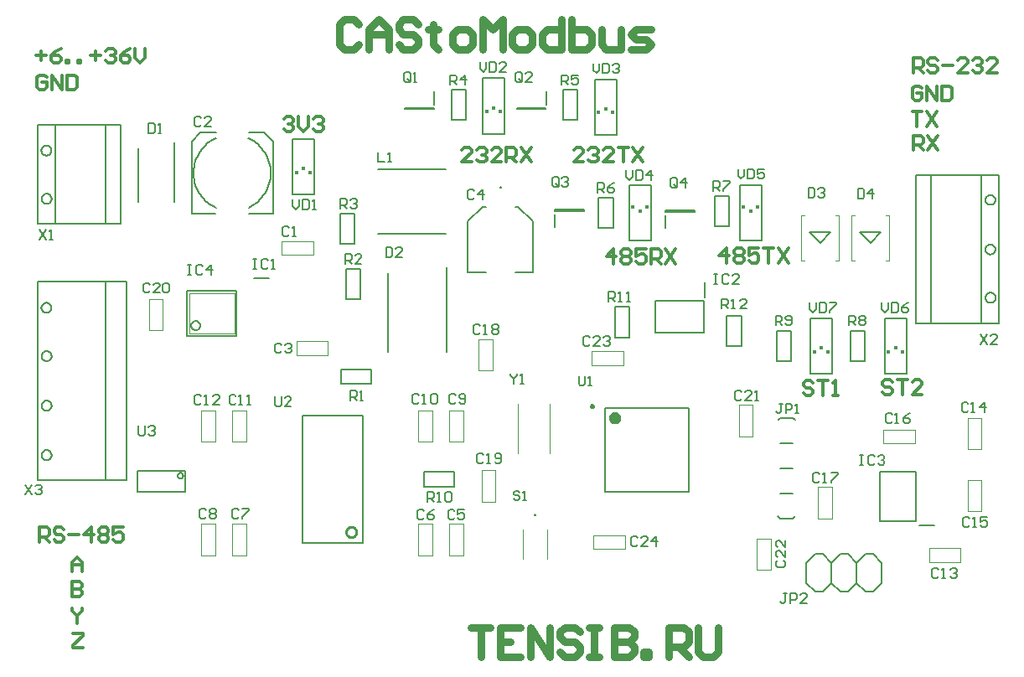
<source format=gto>
%FSTAX44Y44*%
%MOMM*%
%SFA1B1*%

%IPPOS*%
%ADD10C,0.200000*%
%ADD11C,0.152400*%
%ADD12C,0.253999*%
%ADD13C,0.599999*%
%ADD14C,0.250000*%
%ADD15C,0.203200*%
%ADD16C,0.127000*%
%ADD17C,0.150000*%
%ADD18C,0.100000*%
%ADD19C,0.101600*%
%ADD20C,0.050800*%
%ADD21C,0.799998*%
%ADD22C,0.349999*%
%ADD23R,0.324999X0.431799*%
%ADD24R,0.330199X0.431799*%
%ADD25R,0.352799X0.355599*%
%ADD26R,0.324999X0.431799*%
%LNcas_to_modbus-1*%
%LPD*%
G54D10*
X00488999Y00499999D02*
D01*
X00488964Y00499998*
X0048893Y00499994*
X00488895Y00499988*
X00488862Y0049998*
X00488828Y00499969*
X00488796Y00499956*
X00488765Y00499941*
X00488734Y00499923*
X00488705Y00499904*
X00488678Y00499882*
X00488652Y00499859*
X00488628Y00499834*
X00488605Y00499807*
X00488585Y00499779*
X00488566Y00499749*
X0048855Y00499719*
X00488536Y00499687*
X00488524Y00499654*
X00488514Y0049962*
X00488507Y00499586*
X00488502Y00499552*
X004885Y00499517*
Y00499482*
X00488502Y00499447*
X00488507Y00499413*
X00488514Y00499378*
X00488524Y00499345*
X00488536Y00499312*
X0048855Y0049928*
X00488566Y00499249*
X00488585Y0049922*
X00488605Y00499192*
X00488628Y00499165*
X00488652Y0049914*
X00488678Y00499116*
X00488705Y00499095*
X00488734Y00499075*
X00488765Y00499058*
X00488796Y00499043*
X00488828Y00499029*
X00488862Y00499019*
X00488895Y0049901*
X0048893Y00499004*
X00488964Y00499001*
X00488999Y00498999*
D01*
X00489034Y00499001*
X00489069Y00499004*
X00489103Y0049901*
X00489137Y00499019*
X0048917Y00499029*
X00489203Y00499043*
X00489234Y00499058*
X00489264Y00499075*
X00489293Y00499095*
X00489321Y00499116*
X00489347Y0049914*
X00489371Y00499165*
X00489393Y00499192*
X00489414Y0049922*
X00489432Y00499249*
X00489449Y0049928*
X00489463Y00499312*
X00489475Y00499345*
X00489484Y00499378*
X00489492Y00499413*
X00489497Y00499447*
X00489499Y00499482*
Y00499517*
X00489497Y00499552*
X00489492Y00499586*
X00489484Y0049962*
X00489475Y00499654*
X00489463Y00499687*
X00489449Y00499719*
X00489432Y00499749*
X00489414Y00499779*
X00489393Y00499807*
X00489371Y00499834*
X00489347Y00499859*
X00489321Y00499882*
X00489293Y00499904*
X00489264Y00499923*
X00489234Y00499941*
X00489203Y00499956*
X0048917Y00499969*
X00489137Y0049998*
X00489103Y00499988*
X00489069Y00499994*
X00489034Y00499998*
X00488999Y00499999*
D01*
X00488964Y00499998*
X0048893Y00499994*
X00488895Y00499988*
X00488862Y0049998*
X00488828Y00499969*
X00488796Y00499956*
X00488765Y00499941*
X00488734Y00499923*
X00488705Y00499904*
X00488678Y00499882*
X00488652Y00499859*
X00488628Y00499834*
X00488605Y00499807*
X00488585Y00499779*
X00488566Y00499749*
X0048855Y00499719*
X00488536Y00499687*
X00488524Y00499654*
X00488514Y0049962*
X00488507Y00499586*
X00488502Y00499552*
X004885Y00499517*
Y00499482*
X00488502Y00499447*
X00488507Y00499413*
X00488514Y00499378*
X00488524Y00499345*
X00488536Y00499312*
X0048855Y0049928*
X00488566Y00499249*
X00488585Y0049922*
X00488605Y00499192*
X00488628Y00499165*
X00488652Y0049914*
X00488678Y00499116*
X00488705Y00499095*
X00488734Y00499075*
X00488765Y00499058*
X00488796Y00499043*
X00488828Y00499029*
X00488862Y00499019*
X00488895Y0049901*
X0048893Y00499004*
X00488964Y00499001*
X00488999Y00498999*
X00523999Y00167999D02*
D01*
X00524034Y00168001*
X00524069Y00168004*
X00524103Y0016801*
X00524137Y00168019*
X0052417Y0016803*
X00524203Y00168043*
X00524234Y00168058*
X00524264Y00168075*
X00524293Y00168095*
X00524321Y00168116*
X00524347Y0016814*
X00524371Y00168165*
X00524393Y00168191*
X00524414Y0016822*
X00524432Y00168249*
X00524449Y0016828*
X00524463Y00168312*
X00524475Y00168345*
X00524485Y00168378*
X00524492Y00168412*
X00524497Y00168447*
X00524499Y00168482*
Y00168517*
X00524497Y00168552*
X00524492Y00168586*
X00524485Y0016862*
X00524475Y00168654*
X00524463Y00168687*
X00524449Y00168718*
X00524432Y00168749*
X00524414Y00168779*
X00524393Y00168807*
X00524371Y00168834*
X00524347Y00168859*
X00524321Y00168882*
X00524293Y00168904*
X00524264Y00168923*
X00524234Y00168941*
X00524203Y00168956*
X0052417Y00168969*
X00524137Y0016898*
X00524103Y00168988*
X00524069Y00168995*
X00524034Y00168998*
X00523999Y00168999*
D01*
X00523964Y00168998*
X0052393Y00168995*
X00523895Y00168988*
X00523862Y0016898*
X00523828Y00168969*
X00523796Y00168956*
X00523765Y00168941*
X00523734Y00168923*
X00523706Y00168904*
X00523678Y00168882*
X00523652Y00168859*
X00523628Y00168834*
X00523605Y00168807*
X00523585Y00168779*
X00523566Y00168749*
X0052355Y00168718*
X00523536Y00168687*
X00523524Y00168654*
X00523514Y0016862*
X00523507Y00168586*
X00523502Y00168552*
X005235Y00168517*
Y00168482*
X00523502Y00168447*
X00523507Y00168412*
X00523514Y00168378*
X00523524Y00168345*
X00523536Y00168312*
X0052355Y0016828*
X00523566Y00168249*
X00523585Y0016822*
X00523605Y00168191*
X00523628Y00168165*
X00523652Y0016814*
X00523678Y00168116*
X00523706Y00168095*
X00523734Y00168075*
X00523765Y00168058*
X00523796Y00168043*
X00523828Y0016803*
X00523862Y00168019*
X00523895Y0016801*
X0052393Y00168004*
X00523964Y00168001*
X00523999Y00167999*
D01*
X00524034Y00168001*
X00524069Y00168004*
X00524103Y0016801*
X00524137Y00168019*
X0052417Y0016803*
X00524203Y00168043*
X00524234Y00168058*
X00524264Y00168075*
X00524293Y00168095*
X00524321Y00168116*
X00524347Y0016814*
X00524371Y00168165*
X00524393Y00168191*
X00524414Y0016822*
X00524432Y00168249*
X00524449Y0016828*
X00524463Y00168312*
X00524475Y00168345*
X00524485Y00168378*
X00524492Y00168412*
X00524497Y00168447*
X00524499Y00168482*
Y00168517*
X00524497Y00168552*
X00524492Y00168586*
X00524485Y0016862*
X00524475Y00168654*
X00524463Y00168687*
X00524449Y00168718*
X00524432Y00168749*
X00524414Y00168779*
X00524393Y00168807*
X00524371Y00168834*
X00524347Y00168859*
X00524321Y00168882*
X00524293Y00168904*
X00524264Y00168923*
X00524234Y00168941*
X00524203Y00168956*
X0052417Y00168969*
X00524137Y0016898*
X00524103Y00168988*
X00524069Y00168995*
X00524034Y00168998*
X00523999Y00168999*
X00364969Y00452789D02*
X00433569D01*
X00364969Y00517489D02*
X00433569D01*
X00422199Y00583189D02*
Y00596189D01*
X00392599Y00579689D02*
X00421799D01*
X00392599Y00578689D02*
Y00579689D01*
Y00578689D02*
X00421799D01*
Y00579689*
X00535229Y00583189D02*
Y00596189D01*
X00505629Y00579689D02*
X00534829D01*
X00505629Y00578689D02*
Y00579689D01*
Y00578689D02*
X00534829D01*
Y00579689*
X00543669Y00459339D02*
Y00472339D01*
X00544069Y00475839D02*
X00573269D01*
Y00476839*
X00544069D02*
X00573269D01*
X00544069Y00475839D02*
Y00476839D01*
X00655499Y00458499D02*
Y00471499D01*
X00655899Y00474999D02*
X00685099D01*
Y00475999*
X00655899D02*
X00685099D01*
X00655899Y00474999D02*
Y00475999D01*
X00455999Y00413999D02*
X00473999D01*
X00455999D02*
Y00464999D01*
X00470999Y00479999*
X00473999*
X00503999D02*
X00506999D01*
X00521999Y00464999*
Y00413999D02*
Y00464999D01*
X00503999Y00413999D02*
X00521999D01*
X00239809Y00408069D02*
X00255309D01*
X00694499Y00352999D02*
Y00384999D01*
X00645499Y00352999D02*
X00694499D01*
X00645499D02*
Y00384999D01*
X00694499*
X00695799Y00388499D02*
Y00403749D01*
X00912489Y00158319D02*
X00927239D01*
X00908989Y00161819D02*
Y00211819D01*
X00871989D02*
X00908989D01*
X00871989Y00161819D02*
Y00211819D01*
Y00161819D02*
X00908989D01*
X00375499Y00333249D02*
Y0041275D01*
X00434499Y00333249D02*
Y00418999D01*
X00122899Y00484999D02*
Y00538999D01*
X00159099Y00484999D02*
Y00544749D01*
X00300778Y00492D02*
Y00547999D01*
X00278778D02*
X00300778D01*
X00278778Y00492D02*
Y00547999D01*
Y00492D02*
X00300778D01*
X00730549Y00445799D02*
Y00501799D01*
Y00445799D02*
X00752549D01*
Y00501799*
X00730549D02*
X00752549D01*
X00823999Y00310999D02*
Y00366999D01*
X00801999D02*
X00823999D01*
X00801999Y00310999D02*
Y00366999D01*
Y00310999D02*
X00823999D01*
X00899219Y00311089D02*
Y00367089D01*
X00877219D02*
X00899219D01*
X00877219Y00311089D02*
Y00367089D01*
Y00311089D02*
X00899219D01*
X00618789Y00445799D02*
Y00501799D01*
Y00445799D02*
X00640789D01*
Y00501799*
X00618789D02*
X00640789D01*
X00606159Y00552669D02*
Y00608669D01*
X00584159D02*
X00606159D01*
X00584159Y00552669D02*
Y00608669D01*
Y00552669D02*
X00606159D01*
X00493129Y00553729D02*
Y00609729D01*
X00471129D02*
X00493129D01*
X00471129Y00553729D02*
Y00609729D01*
Y00553729D02*
X00493129D01*
X00288779Y0026924D02*
X00349739D01*
X00288779Y00140039D02*
Y0026924D01*
Y00140039D02*
X00288949Y00139869D01*
X00349739*
X00594499Y00191499D02*
X00679499D01*
X00594499Y00276499D02*
X00679499D01*
Y00191499D02*
Y00276499D01*
X00594499Y00191499D02*
Y00276499D01*
X00021449Y0020402D02*
X00111449D01*
X00437999Y00602999D02*
Y00612996D01*
X00442997*
X00444663Y0061133*
Y00607997*
X00442997Y00606331*
X00437999*
X00441331D02*
X00444663Y00602999D01*
X00452994D02*
Y00612996D01*
X00447996Y00607997*
X0045466*
X00364999Y00534996D02*
Y00524999D01*
X00371664*
X00374996D02*
X00378328D01*
X00376662*
Y00534996*
X00374996Y0053333*
X00132999Y00563996D02*
Y00553999D01*
X00137997*
X00139663Y00555665*
Y0056233*
X00137997Y00563996*
X00132999*
X00142996Y00553999D02*
X00146328D01*
X00144662*
Y00563996*
X00142996Y0056233*
X00849999Y00497996D02*
Y00487999D01*
X00854997*
X00856664Y00489665*
Y0049633*
X00854997Y00497996*
X00849999*
X00864994Y00487999D02*
Y00497996D01*
X00859996Y00492997*
X0086666*
X00799999Y00498996D02*
Y00488999D01*
X00804997*
X00806664Y00490665*
Y0049733*
X00804997Y00498996*
X00799999*
X00809996Y0049733D02*
X00811662Y00498996D01*
X00814994*
X0081666Y0049733*
Y00495663*
X00814994Y00493997*
X00813328*
X00814994*
X0081666Y00492331*
Y00490665*
X00814994Y00488999*
X00811662*
X00809996Y00490665*
X00703999Y00495999D02*
Y00505996D01*
X00708997*
X00710664Y0050433*
Y00500997*
X00708997Y00499331*
X00703999*
X00707331D02*
X00710664Y00495999D01*
X00713996Y00505996D02*
X0072066D01*
Y0050433*
X00713996Y00497665*
Y00495999*
X00597999Y00383999D02*
Y00393996D01*
X00602997*
X00604663Y0039233*
Y00388997*
X00602997Y00387331*
X00597999*
X00601331D02*
X00604663Y00383999D01*
X00607996D02*
X00611328D01*
X00609662*
Y00393996*
X00607996Y0039233*
X00616326Y00383999D02*
X00619659D01*
X00617993*
Y00393996*
X00616326Y0039233*
X00712479Y00376909D02*
Y00386906D01*
X00717477*
X00719144Y0038524*
Y00381907*
X00717477Y00380241*
X00712479*
X00715811D02*
X00719144Y00376909D01*
X00722476D02*
X00725808D01*
X00724142*
Y00386906*
X00722476Y0038524*
X00737471Y00376909D02*
X00730806D01*
X00737471Y00383573*
Y0038524*
X00735805Y00386906*
X00732473*
X00730806Y0038524*
X00498999Y00310996D02*
Y0030933D01*
X00502331Y00305997*
X00505663Y0030933*
Y00310996*
X00502331Y00305997D02*
Y00300999D01*
X00508996D02*
X00512328D01*
X00510662*
Y00310996*
X00508996Y0030933*
X00008999Y00198996D02*
X00015663Y00188999D01*
Y00198996D02*
X00008999Y00188999D01*
X00018996Y0019733D02*
X00020662Y00198996D01*
X00023994*
X0002566Y0019733*
Y00195664*
X00023994Y00193997*
X00022328*
X00023994*
X0002566Y00192331*
Y00190665*
X00023994Y00188999*
X00020662*
X00018996Y00190665*
X00973999Y00350996D02*
X00980664Y00340999D01*
Y00350996D02*
X00973999Y00340999D01*
X0099066D02*
X00983996D01*
X0099066Y00347663*
Y0034933*
X00988994Y00350996*
X00985662*
X00983996Y0034933*
X00022999Y00456996D02*
X00029663Y00446999D01*
Y00456996D02*
X00022999Y00446999D01*
X00032996D02*
X00036328D01*
X00034662*
Y00456996*
X00032996Y0045533*
X00801569Y00383286D02*
Y00376621D01*
X00804901Y00373289*
X00808233Y00376621*
Y00383286*
X00811566D02*
Y00373289D01*
X00816564*
X0081823Y00374955*
Y0038162*
X00816564Y00383286*
X00811566*
X00821563D02*
X00828227D01*
Y0038162*
X00821563Y00374955*
Y00373289*
X00874249Y00383376D02*
Y00376711D01*
X00877581Y0037338*
X00880914Y00376711*
Y00383376*
X00884246D02*
Y0037338D01*
X00889244*
X0089091Y00375045*
Y0038171*
X00889244Y00383376*
X00884246*
X00900907D02*
X00897575Y0038171D01*
X00894243Y00378377*
Y00375045*
X00895909Y0037338*
X00899241*
X00900907Y00375045*
Y00376711*
X00899241Y00378377*
X00894243*
X00728849Y00518086D02*
Y00511421D01*
X00732181Y00508089*
X00735514Y00511421*
Y00518086*
X00738846D02*
Y00508089D01*
X00743844*
X0074551Y00509755*
Y0051642*
X00743844Y00518086*
X00738846*
X00755507D02*
X00748843D01*
Y00513087*
X00752175Y00514753*
X00753841*
X00755507Y00513087*
Y00509755*
X00753841Y00508089*
X00750509*
X00748843Y00509755*
X00615999Y00516996D02*
Y00510331D01*
X00619331Y00506999*
X00622663Y00510331*
Y00516996*
X00625996D02*
Y00506999D01*
X00630994*
X0063266Y00508665*
Y0051533*
X00630994Y00516996*
X00625996*
X00640991Y00506999D02*
Y00516996D01*
X00635993Y00511997*
X00642657*
X00582459Y00624746D02*
Y00618081D01*
X00585791Y00614749*
X00589123Y00618081*
Y00624746*
X00592456D02*
Y00614749D01*
X00597454*
X0059912Y00616415*
Y0062308*
X00597454Y00624746*
X00592456*
X00602453Y0062308D02*
X00604119Y00624746D01*
X00607451*
X00609117Y0062308*
Y00621413*
X00607451Y00619747*
X00605785*
X00607451*
X00609117Y00618081*
Y00616415*
X00607451Y00614749*
X00604119*
X00602453Y00616415*
X00468159Y00626016D02*
Y00619351D01*
X00471491Y00616019*
X00474823Y00619351*
Y00626016*
X00478156D02*
Y00616019D01*
X00483154*
X0048482Y00617685*
Y0062435*
X00483154Y00626016*
X00478156*
X00494817Y00616019D02*
X00488153D01*
X00494817Y00622684*
Y0062435*
X00493151Y00626016*
X00489819*
X00488153Y0062435*
X00278999Y00486996D02*
Y00480331D01*
X00282331Y00476999*
X00285664Y00480331*
Y00486996*
X00288996D02*
Y00476999D01*
X00293994*
X0029566Y00478665*
Y0048533*
X00293994Y00486996*
X00288996*
X00298993Y00476999D02*
X00302325D01*
X00300659*
Y00486996*
X00298993Y0048533*
X00123425Y00258408D02*
Y00250077D01*
X00125091Y00248412*
X00128423*
X0013009Y00250077*
Y00258408*
X00133422Y00256742D02*
X00135088Y00258408D01*
X0013842*
X00140086Y00256742*
Y00255076*
X0013842Y00253409*
X00136754*
X0013842*
X00140086Y00251743*
Y00250077*
X0013842Y00248412*
X00135088*
X00133422Y00250077*
X00260839Y00288126D02*
Y00279795D01*
X00262505Y0027813*
X00265837*
X00267504Y00279795*
Y00288126*
X002775Y0027813D02*
X00270836D01*
X002775Y00284794*
Y0028646*
X00275834Y00288126*
X00272502*
X00270836Y0028646*
X00567999Y00308996D02*
Y00300665D01*
X00569665Y00298999*
X00572997*
X00574663Y00300665*
Y00308996*
X00577996Y00298999D02*
X00581328D01*
X00579662*
Y00308996*
X00577996Y0030733*
X00508664Y0019133D02*
X00506997Y00192996D01*
X00503665*
X00501999Y0019133*
Y00189663*
X00503665Y00187997*
X00506997*
X00508664Y00186331*
Y00184665*
X00506997Y00182999*
X00503665*
X00501999Y00184665*
X00511996Y00182999D02*
X00515328D01*
X00513662*
Y00192996*
X00511996Y0019133*
X00414999Y00181999D02*
Y00191996D01*
X00419997*
X00421664Y0019033*
Y00186997*
X00419997Y00185331*
X00414999*
X00418331D02*
X00421664Y00181999D01*
X00424996D02*
X00428328D01*
X00426662*
Y00191996*
X00424996Y0019033*
X00433326D02*
X00434993Y00191996D01*
X00438325*
X00439991Y0019033*
Y00183665*
X00438325Y00181999*
X00434993*
X00433326Y00183665*
Y0019033*
X00766999Y00359999D02*
Y00369996D01*
X00771997*
X00773663Y0036833*
Y00364998*
X00771997Y00363331*
X00766999*
X00770331D02*
X00773663Y00359999D01*
X00776996Y00361665D02*
X00778662Y00359999D01*
X00781994*
X0078366Y00361665*
Y0036833*
X00781994Y00369996*
X00778662*
X00776996Y0036833*
Y00366664*
X00778662Y00364998*
X0078366*
X00840999Y00359999D02*
Y00369996D01*
X00845997*
X00847663Y0036833*
Y00364998*
X00845997Y00363331*
X00840999*
X00844331D02*
X00847663Y00359999D01*
X00850996Y0036833D02*
X00852662Y00369996D01*
X00855994*
X0085766Y0036833*
Y00366664*
X00855994Y00364998*
X0085766Y00363331*
Y00361665*
X00855994Y00359999*
X00852662*
X00850996Y00361665*
Y00363331*
X00852662Y00364998*
X00850996Y00366664*
Y0036833*
X00852662Y00364998D02*
X00855994D01*
X00586999Y00493999D02*
Y00503996D01*
X00591997*
X00593664Y0050233*
Y00498997*
X00591997Y00497332*
X00586999*
X00590331D02*
X00593664Y00493999D01*
X0060366Y00503996D02*
X00600329Y0050233D01*
X00596996Y00498997*
Y00495665*
X00598662Y00493999*
X00601994*
X0060366Y00495665*
Y00497332*
X00601994Y00498997*
X00596996*
X00550999Y00602999D02*
Y00612996D01*
X00555997*
X00557663Y0061133*
Y00607997*
X00555997Y00606331*
X00550999*
X00554331D02*
X00557663Y00602999D01*
X0056766Y00612996D02*
X00560996D01*
Y00607997*
X00564328Y00609663*
X00565994*
X0056766Y00607997*
Y00604665*
X00565994Y00602999*
X00562662*
X00560996Y00604665*
X00326999Y00477999D02*
Y00487996D01*
X00331997*
X00333664Y0048633*
Y00482997*
X00331997Y00481331*
X00326999*
X00330331D02*
X00333664Y00477999D01*
X00336996Y0048633D02*
X00338662Y00487996D01*
X00341994*
X0034366Y0048633*
Y00484663*
X00341994Y00482997*
X00340328*
X00341994*
X0034366Y00481331*
Y00479665*
X00341994Y00477999*
X00338662*
X00336996Y00479665*
X00331999Y00421999D02*
Y00431996D01*
X00336997*
X00338664Y0043033*
Y00426997*
X00336997Y00425331*
X00331999*
X00335331D02*
X00338664Y00421999D01*
X0034866D02*
X00341996D01*
X0034866Y00428664*
Y0043033*
X00346994Y00431996*
X00343662*
X00341996Y0043033*
X00336999Y00283999D02*
Y00293996D01*
X00341997*
X00343664Y0029233*
Y00288997*
X00341997Y00287331*
X00336999*
X00340331D02*
X00343664Y00283999D01*
X00346996D02*
X00350328D01*
X00348662*
Y00293996*
X00346996Y0029233*
X00667663Y00500665D02*
Y0050733D01*
X00665997Y00508996*
X00662665*
X00660999Y0050733*
Y00500665*
X00662665Y00498999*
X00665997*
X00664331Y00502331D02*
X00667663Y00498999D01*
X00665997D02*
X00667663Y00500665D01*
X00675994Y00498999D02*
Y00508996D01*
X00670996Y00503997*
X0067766*
X00547663Y00501665D02*
Y0050833D01*
X00545997Y00509996*
X00542665*
X00540999Y0050833*
Y00501665*
X00542665Y00499999*
X00545997*
X00544331Y00503331D02*
X00547663Y00499999D01*
X00545997D02*
X00547663Y00501665D01*
X00550996Y0050833D02*
X00552662Y00509996D01*
X00555994*
X0055766Y0050833*
Y00506664*
X00555994Y00504997*
X00554328*
X00555994*
X0055766Y00503331*
Y00501665*
X00555994Y00499999*
X00552662*
X00550996Y00501665*
X00510891Y00607779D02*
Y00614444D01*
X00509225Y0061611*
X00505893*
X00504227Y00614444*
Y00607779*
X00505893Y00606113*
X00509225*
X00507559Y00609445D02*
X00510891Y00606113D01*
X00509225D02*
X00510891Y00607779D01*
X00520888Y00606113D02*
X00514224D01*
X00520888Y00612778*
Y00614444*
X00519222Y0061611*
X0051589*
X00514224Y00614444*
X00397862Y00607779D02*
Y00614444D01*
X00396195Y0061611*
X00392863*
X00391197Y00614444*
Y00607779*
X00392863Y00606113*
X00396195*
X00394529Y00609445D02*
X00397862Y00606113D01*
X00396195D02*
X00397862Y00607779D01*
X00401194Y00606113D02*
X00404526D01*
X0040286*
Y0061611*
X00401194Y00614444*
X00778663Y00088996D02*
X00775331D01*
X00776997*
Y00080665*
X00775331Y00078999*
X00773665*
X00771999Y00080665*
X00781996Y00078999D02*
Y00088996D01*
X00786994*
X0078866Y0008733*
Y00083997*
X00786994Y00082331*
X00781996*
X00798657Y00078999D02*
X00791993D01*
X00798657Y00085664*
Y0008733*
X00796991Y00088996*
X00793659*
X00791993Y0008733*
X00773823Y00281096D02*
X00770491D01*
X00772157*
Y00272765*
X00770491Y00271099*
X00768825*
X00767159Y00272765*
X00777156Y00271099D02*
Y00281096D01*
X00782154*
X0078382Y0027943*
Y00276098*
X00782154Y00274431*
X00777156*
X00787152Y00271099D02*
X00790485D01*
X00788819*
Y00281096*
X00787152Y0027943*
X00173209Y00421476D02*
X00176541D01*
X00174875*
Y0041148*
X00173209*
X00176541*
X00188204Y0041981D02*
X00186538Y00421476D01*
X00183206*
X0018154Y0041981*
Y00413145*
X00183206Y0041148*
X00186538*
X00188204Y00413145*
X00196535Y0041148D02*
Y00421476D01*
X00191536Y00416477*
X00198201*
X00851999Y00228996D02*
X00855331D01*
X00853665*
Y00218999*
X00851999*
X00855331*
X00866994Y0022733D02*
X00865328Y00228996D01*
X00861996*
X0086033Y0022733*
Y00220665*
X00861996Y00218999*
X00865328*
X00866994Y00220665*
X00870326Y0022733D02*
X00871993Y00228996D01*
X00875325*
X00876991Y0022733*
Y00225664*
X00875325Y00223997*
X00873659*
X00875325*
X00876991Y00222331*
Y00220665*
X00875325Y00218999*
X00871993*
X00870326Y00220665*
X00704999Y00411996D02*
X00708331D01*
X00706665*
Y00401999*
X00704999*
X00708331*
X00719994Y0041033D02*
X00718328Y00411996D01*
X00714996*
X0071333Y0041033*
Y00403665*
X00714996Y00401999*
X00718328*
X00719994Y00403665*
X00729991Y00401999D02*
X00723326D01*
X00729991Y00408664*
Y0041033*
X00728325Y00411996*
X00724993*
X00723326Y0041033*
X00238995Y00427064D02*
X00242327D01*
X00240661*
Y00417068*
X00238995*
X00242327*
X0025399Y00425398D02*
X00252324Y00427064D01*
X00248992*
X00247326Y00425398*
Y00418733*
X00248992Y00417068*
X00252324*
X0025399Y00418733*
X00257322Y00417068D02*
X00260655D01*
X00258989*
Y00427064*
X00257322Y00425398*
X00373249Y00438876D02*
Y00428879D01*
X00378247*
X00379914Y00430545*
Y0043721*
X00378247Y00438876*
X00373249*
X0038991Y00428879D02*
X00383246D01*
X0038991Y00435544*
Y0043721*
X00388244Y00438876*
X00384912*
X00383246Y0043721*
X00627663Y0014533D02*
X00625997Y00146996D01*
X00622665*
X00620999Y0014533*
Y00138665*
X00622665Y00136999*
X00625997*
X00627663Y00138665*
X0063766Y00136999D02*
X00630996D01*
X0063766Y00143664*
Y0014533*
X00635994Y00146996*
X00632662*
X00630996Y0014533*
X00645991Y00136999D02*
Y00146996D01*
X00640993Y00141997*
X00647657*
X00579663Y0034733D02*
X00577997Y00348996D01*
X00574665*
X00572999Y0034733*
Y00340665*
X00574665Y00338999*
X00577997*
X00579663Y00340665*
X00589661Y00338999D02*
X00582996D01*
X00589661Y00345663*
Y0034733*
X00587994Y00348996*
X00584662*
X00582996Y0034733*
X00592993D02*
X00594659Y00348996D01*
X00597991*
X00599657Y0034733*
Y00345663*
X00597991Y00343997*
X00596325*
X00597991*
X00599657Y00342331*
Y00340665*
X00597991Y00338999*
X00594659*
X00592993Y00340665*
X00768668Y00122663D02*
X00767002Y00120997D01*
Y00117665*
X00768668Y00115999*
X00775333*
X00776999Y00117665*
Y00120997*
X00775333Y00122663*
X00776999Y0013266D02*
Y00125996D01*
X00770334Y0013266*
X00768668*
X00767002Y00130994*
Y00127662*
X00768668Y00125996*
X00776999Y00142657D02*
Y00135993D01*
X00770334Y00142657*
X00768668*
X00767002Y00140991*
Y00137659*
X00768668Y00135993*
X00732663Y0029233D02*
X00730997Y00293996D01*
X00727665*
X00725999Y0029233*
Y00285665*
X00727665Y00283999*
X00730997*
X00732663Y00285665*
X0074266Y00283999D02*
X00735996D01*
X0074266Y00290664*
Y0029233*
X00740994Y00293996*
X00737662*
X00735996Y0029233*
X00745993Y00283999D02*
X00749325D01*
X00747659*
Y00293996*
X00745993Y0029233*
X00134663Y0040133D02*
X00132997Y00402996D01*
X00129665*
X00127999Y0040133*
Y00394665*
X00129665Y00392999*
X00132997*
X00134663Y00394665*
X0014466Y00392999D02*
X00137996D01*
X0014466Y00399663*
Y0040133*
X00142994Y00402996*
X00139662*
X00137996Y0040133*
X00147993D02*
X00149659Y00402996D01*
X00152991*
X00154657Y0040133*
Y00394665*
X00152991Y00392999*
X00149659*
X00147993Y00394665*
Y0040133*
X00471664Y0022933D02*
X00469997Y00230996D01*
X00466665*
X00464999Y0022933*
Y00222665*
X00466665Y00220999*
X00469997*
X00471664Y00222665*
X00474996Y00220999D02*
X00478328D01*
X00476662*
Y00230996*
X00474996Y0022933*
X00483326Y00222665D02*
X00484993Y00220999D01*
X00488325*
X00489991Y00222665*
Y0022933*
X00488325Y00230996*
X00484993*
X00483326Y0022933*
Y00227664*
X00484993Y00225997*
X00489991*
X00468664Y0035933D02*
X00466997Y00360996D01*
X00463665*
X00461999Y0035933*
Y00352665*
X00463665Y00350999*
X00466997*
X00468664Y00352665*
X00471996Y00350999D02*
X00475328D01*
X00473662*
Y00360996*
X00471996Y0035933*
X00480326D02*
X00481992Y00360996D01*
X00485325*
X00486991Y0035933*
Y00357663*
X00485325Y00355997*
X00486991Y00354331*
Y00352665*
X00485325Y00350999*
X00481992*
X00480326Y00352665*
Y00354331*
X00481992Y00355997*
X00480326Y00357663*
Y0035933*
X00481992Y00355997D02*
X00485325D01*
X00811664Y0020933D02*
X00809997Y00210996D01*
X00806665*
X00804999Y0020933*
Y00202665*
X00806665Y00200999*
X00809997*
X00811664Y00202665*
X00814996Y00200999D02*
X00818328D01*
X00816662*
Y00210996*
X00814996Y0020933*
X00823326Y00210996D02*
X00829991D01*
Y0020933*
X00823326Y00202665*
Y00200999*
X00884664Y0026933D02*
X00882997Y00270996D01*
X00879665*
X00877999Y0026933*
Y00262665*
X00879665Y00260999*
X00882997*
X00884664Y00262665*
X00887996Y00260999D02*
X00891328D01*
X00889662*
Y00270996*
X00887996Y0026933*
X00902991Y00270996D02*
X00899659Y0026933D01*
X00896326Y00265997*
Y00262665*
X00897993Y00260999*
X00901325*
X00902991Y00262665*
Y00264331*
X00901325Y00265997*
X00896326*
X00962663Y0016433D02*
X00960997Y00165996D01*
X00957665*
X00955999Y0016433*
Y00157665*
X00957665Y00155999*
X00960997*
X00962663Y00157665*
X00965996Y00155999D02*
X00969328D01*
X00967662*
Y00165996*
X00965996Y0016433*
X00980991Y00165996D02*
X00974326D01*
Y00160997*
X00977659Y00162664*
X00979325*
X00980991Y00160997*
Y00157665*
X00979325Y00155999*
X00975993*
X00974326Y00157665*
X00961664Y0028033D02*
X00959997Y00281996D01*
X00956665*
X00954999Y0028033*
Y00273665*
X00956665Y00271999*
X00959997*
X00961664Y00273665*
X00964996Y00271999D02*
X00968328D01*
X00966662*
Y00281996*
X00964996Y0028033*
X00978325Y00271999D02*
Y00281996D01*
X00973326Y00276997*
X00979991*
X00931664Y0011333D02*
X00929997Y00114996D01*
X00926665*
X00924999Y0011333*
Y00106665*
X00926665Y00104999*
X00929997*
X00931664Y00106665*
X00934996Y00104999D02*
X00938328D01*
X00936662*
Y00114996*
X00934996Y0011333*
X00943326D02*
X00944993Y00114996D01*
X00948325*
X00949991Y0011333*
Y00111663*
X00948325Y00109997*
X00946659*
X00948325*
X00949991Y00108331*
Y00106665*
X00948325Y00104999*
X00944993*
X00943326Y00106665*
X00186664Y0028833D02*
X00184997Y00289996D01*
X00181665*
X00179999Y0028833*
Y00281665*
X00181665Y00279999*
X00184997*
X00186664Y00281665*
X00189996Y00279999D02*
X00193328D01*
X00191662*
Y00289996*
X00189996Y0028833*
X00204991Y00279999D02*
X00198326D01*
X00204991Y00286664*
Y0028833*
X00203325Y00289996*
X00199993*
X00198326Y0028833*
X00221664D02*
X00219997Y00289996D01*
X00216665*
X00214999Y0028833*
Y00281665*
X00216665Y00279999*
X00219997*
X00221664Y00281665*
X00224996Y00279999D02*
X00228328D01*
X00226662*
Y00289996*
X00224996Y0028833*
X00233326Y00279999D02*
X00236659D01*
X00234993*
Y00289996*
X00233326Y0028833*
X00406664Y0028933D02*
X00404997Y00290996D01*
X00401665*
X00399999Y0028933*
Y00282665*
X00401665Y00280999*
X00404997*
X00406664Y00282665*
X00409996Y00280999D02*
X00413328D01*
X00411662*
Y00290996*
X00409996Y0028933*
X00418326D02*
X00419993Y00290996D01*
X00423325*
X00424991Y0028933*
Y00282665*
X00423325Y00280999*
X00419993*
X00418326Y00282665*
Y0028933*
X00443664D02*
X00441997Y00290996D01*
X00438665*
X00436999Y0028933*
Y00282665*
X00438665Y00280999*
X00441997*
X00443664Y00282665*
X00446996D02*
X00448662Y00280999D01*
X00451994*
X0045366Y00282665*
Y0028933*
X00451994Y00290996*
X00448662*
X00446996Y0028933*
Y00287664*
X00448662Y00285997*
X0045366*
X00191664Y0017333D02*
X00189997Y00174996D01*
X00186665*
X00184999Y0017333*
Y00166665*
X00186665Y00164999*
X00189997*
X00191664Y00166665*
X00194996Y0017333D02*
X00196662Y00174996D01*
X00199994*
X0020166Y0017333*
Y00171664*
X00199994Y00169997*
X0020166Y00168331*
Y00166665*
X00199994Y00164999*
X00196662*
X00194996Y00166665*
Y00168331*
X00196662Y00169997*
X00194996Y00171664*
Y0017333*
X00196662Y00169997D02*
X00199994D01*
X00224663Y0017333D02*
X00222997Y00174996D01*
X00219665*
X00217999Y0017333*
Y00166665*
X00219665Y00164999*
X00222997*
X00224663Y00166665*
X00227996Y00174996D02*
X0023466D01*
Y0017333*
X00227996Y00166665*
Y00164999*
X00411664Y0017233D02*
X00409997Y00173996D01*
X00406665*
X00404999Y0017233*
Y00165665*
X00406665Y00163999*
X00409997*
X00411664Y00165665*
X0042166Y00173996D02*
X00418328Y0017233D01*
X00414996Y00168997*
Y00165665*
X00416662Y00163999*
X00419994*
X0042166Y00165665*
Y00167331*
X00419994Y00168997*
X00414996*
X00442663Y0017233D02*
X00440997Y00173996D01*
X00437665*
X00435999Y0017233*
Y00165665*
X00437665Y00163999*
X00440997*
X00442663Y00165665*
X0045266Y00173996D02*
X00445996D01*
Y00168997*
X00449328Y00170664*
X00450994*
X0045266Y00168997*
Y00165665*
X00450994Y00163999*
X00447662*
X00445996Y00165665*
X00462644Y0049597D02*
X00460977Y00497636D01*
X00457645*
X00455979Y0049597*
Y00489305*
X00457645Y00487639*
X00460977*
X00462644Y00489305*
X00470974Y00487639D02*
Y00497636D01*
X00465976Y00492637*
X0047264*
X00267664Y0034033D02*
X00265997Y00341996D01*
X00262665*
X00260999Y0034033*
Y00333665*
X00262665Y00331999*
X00265997*
X00267664Y00333665*
X00270996Y0034033D02*
X00272662Y00341996D01*
X00275994*
X0027766Y0034033*
Y00338664*
X00275994Y00336997*
X00274328*
X00275994*
X0027766Y00335331*
Y00333665*
X00275994Y00331999*
X00272662*
X00270996Y00333665*
X00186564Y0056932D02*
X00184897Y00570986D01*
X00181565*
X00179899Y0056932*
Y00562655*
X00181565Y00560989*
X00184897*
X00186564Y00562655*
X0019656Y00560989D02*
X00189896D01*
X0019656Y00567653*
Y0056932*
X00194894Y00570986*
X00191562*
X00189896Y0056932*
X00275664Y0045833D02*
X00273997Y00459996D01*
X00270665*
X00268999Y0045833*
Y00451665*
X00270665Y00449999*
X00273997*
X00275664Y00451665*
X00278996Y00449999D02*
X00282328D01*
X00280662*
Y00459996*
X00278996Y0045833*
G54D11*
X00989069Y00486879D02*
D01*
X00989057Y00487234*
X0098902Y00487586*
X00988958Y00487936*
X00988873Y0048828*
X00988763Y00488617*
X0098863Y00488946*
X00988475Y00489264*
X00988297Y00489571*
X00988099Y00489865*
X00987881Y00490145*
X00987644Y00490408*
X00987388Y00490655*
X00987117Y00490882*
X0098683Y00491091*
X00986529Y00491279*
X00986216Y00491445*
X00985892Y0049159*
X00985559Y00491711*
X00985218Y00491809*
X00984872Y00491882*
X0098452Y00491931*
X00984167Y00491956*
X00983812*
X00983458Y00491931*
X00983107Y00491882*
X0098276Y00491809*
X0098242Y00491711*
X00982086Y0049159*
X00981762Y00491445*
X00981449Y00491279*
X00981149Y00491091*
X00980862Y00490882*
X0098059Y00490655*
X00980335Y00490408*
X00980098Y00490145*
X0097988Y00489865*
X00979681Y00489571*
X00979504Y00489264*
X00979349Y00488946*
X00979216Y00488617*
X00979106Y0048828*
X0097902Y00487936*
X00978959Y00487586*
X00978922Y00487234*
X00978909Y00486879*
X00978922Y00486525*
X00978959Y00486172*
X0097902Y00485823*
X00979106Y00485479*
X00979216Y00485142*
X00979349Y00484813*
X00979504Y00484494*
X00979681Y00484188*
X0097988Y00483893*
X00980098Y00483614*
X00980335Y00483351*
X0098059Y00483104*
X00980862Y00482876*
X00981149Y00482668*
X00981449Y0048248*
X00981762Y00482313*
X00982086Y00482169*
X0098242Y00482048*
X0098276Y0048195*
X00983107Y00481877*
X00983458Y00481827*
X00983812Y00481802*
X00984167*
X0098452Y00481827*
X00984872Y00481877*
X00985218Y0048195*
X00985559Y00482048*
X00985892Y00482169*
X00986216Y00482313*
X00986529Y0048248*
X0098683Y00482668*
X00987117Y00482876*
X00987388Y00483104*
X00987644Y00483351*
X00987881Y00483614*
X00988099Y00483893*
X00988297Y00484188*
X00988475Y00484494*
X0098863Y00484813*
X00988763Y00485142*
X00988873Y00485479*
X00988958Y00485823*
X0098902Y00486172*
X00989057Y00486525*
X00989069Y00486879*
Y0043688D02*
D01*
X00989057Y00437234*
X0098902Y00437586*
X00988958Y00437936*
X00988873Y0043828*
X00988763Y00438617*
X0098863Y00438946*
X00988475Y00439264*
X00988297Y00439571*
X00988099Y00439865*
X00987881Y00440145*
X00987644Y00440408*
X00987388Y00440654*
X00987117Y00440883*
X0098683Y00441091*
X00986529Y00441279*
X00986216Y00441445*
X00985892Y00441589*
X00985559Y00441711*
X00985218Y00441808*
X00984872Y00441882*
X0098452Y00441932*
X00984167Y00441956*
X00983812*
X00983458Y00441932*
X00983107Y00441882*
X0098276Y00441808*
X0098242Y00441711*
X00982086Y00441589*
X00981762Y00441445*
X00981449Y00441279*
X00981149Y00441091*
X00980862Y00440883*
X0098059Y00440654*
X00980335Y00440408*
X00980098Y00440145*
X0097988Y00439865*
X00979681Y00439571*
X00979504Y00439264*
X00979349Y00438946*
X00979216Y00438617*
X00979106Y0043828*
X0097902Y00437936*
X00978959Y00437586*
X00978922Y00437234*
X00978909Y0043688*
X00978922Y00436525*
X00978959Y00436172*
X0097902Y00435823*
X00979106Y00435479*
X00979216Y00435142*
X00979349Y00434813*
X00979504Y00434494*
X00979681Y00434187*
X0097988Y00433893*
X00980098Y00433614*
X00980335Y0043335*
X0098059Y00433104*
X00980862Y00432876*
X00981149Y00432668*
X00981449Y0043248*
X00981762Y00432314*
X00982086Y00432169*
X0098242Y00432048*
X0098276Y0043195*
X00983107Y00431876*
X00983458Y00431827*
X00983812Y00431803*
X00984167*
X0098452Y00431827*
X00984872Y00431876*
X00985218Y0043195*
X00985559Y00432048*
X00985892Y00432169*
X00986216Y00432314*
X00986529Y0043248*
X0098683Y00432668*
X00987117Y00432876*
X00987388Y00433104*
X00987644Y0043335*
X00987881Y00433614*
X00988099Y00433893*
X00988297Y00434187*
X00988475Y00434494*
X0098863Y00434813*
X00988763Y00435142*
X00988873Y00435479*
X00988958Y00435823*
X0098902Y00436172*
X00989057Y00436525*
X00989069Y0043688*
X00989271Y00388079D02*
D01*
X00989259Y00388434*
X00989222Y00388786*
X0098916Y00389136*
X00989074Y0038948*
X00988965Y00389817*
X00988832Y00390146*
X00988677Y00390464*
X00988499Y00390771*
X00988301Y00391065*
X00988083Y00391345*
X00987846Y00391608*
X00987591Y00391854*
X00987319Y00392083*
X00987032Y00392291*
X00986731Y00392479*
X00986418Y00392645*
X00986094Y00392789*
X00985761Y00392911*
X0098542Y00393008*
X00985073Y00393082*
X00984722Y00393132*
X00984369Y00393156*
X00984014*
X0098366Y00393132*
X00983309Y00393082*
X00982962Y00393008*
X00982622Y00392911*
X00982288Y00392789*
X00981965Y00392645*
X00981651Y00392479*
X00981351Y00392291*
X00981064Y00392083*
X00980792Y00391854*
X00980537Y00391608*
X009803Y00391345*
X00980082Y00391065*
X00979883Y00390771*
X00979706Y00390464*
X00979551Y00390146*
X00979418Y00389817*
X00979308Y0038948*
X00979222Y00389136*
X00979161Y00388786*
X00979124Y00388434*
X00979111Y00388079*
X00979124Y00387725*
X00979161Y00387372*
X00979222Y00387023*
X00979308Y00386679*
X00979418Y00386342*
X00979551Y00386013*
X00979706Y00385694*
X00979883Y00385387*
X00980082Y00385093*
X009803Y00384814*
X00980537Y0038455*
X00980792Y00384304*
X00981064Y00384076*
X00981351Y00383868*
X00981651Y0038368*
X00981965Y00383514*
X00982288Y00383369*
X00982622Y00383248*
X00982962Y0038315*
X00983309Y00383076*
X0098366Y00383027*
X00984014Y00383003*
X00984369*
X00984722Y00383027*
X00985073Y00383076*
X0098542Y0038315*
X00985761Y00383248*
X00986094Y00383369*
X00986418Y00383514*
X00986731Y0038368*
X00987032Y00383868*
X00987319Y00384076*
X00987591Y00384304*
X00987846Y0038455*
X00988083Y00384814*
X00988301Y00385093*
X00988499Y00385387*
X00988677Y00385694*
X00988832Y00386013*
X00988965Y00386342*
X00989074Y00386679*
X0098916Y00387023*
X00989222Y00387372*
X00989259Y00387725*
X00989271Y00388079*
X00185655Y00359918D02*
D01*
X00185644Y00360236*
X00185611Y00360554*
X00185555Y00360868*
X00185478Y00361178*
X0018538Y00361481*
X0018526Y00361777*
X0018512Y00362064*
X00184961Y0036234*
X00184782Y00362605*
X00184586Y00362856*
X00184372Y00363093*
X00184143Y00363315*
X00183898Y0036352*
X0018364Y00363708*
X00183369Y00363877*
X00183088Y00364027*
X00182796Y00364157*
X00182496Y00364266*
X00182189Y00364354*
X00181877Y0036442*
X00181561Y00364464*
X00181243Y00364487*
X00180924*
X00180605Y00364464*
X00180289Y0036442*
X00179977Y00364354*
X0017967Y00364266*
X00179371Y00364157*
X00179079Y00364027*
X00178797Y00363877*
X00178527Y00363708*
X00178269Y0036352*
X00178024Y00363315*
X00177795Y00363093*
X00177581Y00362856*
X00177384Y00362605*
X00177206Y0036234*
X00177047Y00362064*
X00176907Y00361777*
X00176787Y00361481*
X00176689Y00361178*
X00176611Y00360868*
X00176556Y00360554*
X00176522Y00360236*
X00176511Y00359918*
X00176522Y00359598*
X00176556Y00359281*
X00176611Y00358967*
X00176689Y00358657*
X00176787Y00358354*
X00176907Y00358058*
X00177047Y00357771*
X00177206Y00357495*
X00177384Y0035723*
X00177581Y00356978*
X00177795Y00356741*
X00178024Y0035652*
X00178269Y00356315*
X00178527Y00356127*
X00178797Y00355958*
X00179079Y00355808*
X00179371Y00355678*
X0017967Y00355569*
X00179977Y00355481*
X00180289Y00355415*
X00180605Y0035537*
X00180924Y00355348*
X00181243*
X00181561Y0035537*
X00181877Y00355415*
X00182189Y00355481*
X00182496Y00355569*
X00182796Y00355678*
X00183088Y00355808*
X00183369Y00355958*
X0018364Y00356127*
X00183898Y00356315*
X00184143Y0035652*
X00184372Y00356741*
X00184586Y00356978*
X00184782Y0035723*
X00184961Y00357495*
X0018512Y00357771*
X0018526Y00358058*
X0018538Y00358354*
X00185478Y00358657*
X00185555Y00358967*
X00185611Y00359281*
X00185644Y00359598*
X00185655Y00359918*
X00035327Y0037782D02*
D01*
X00035315Y00378175*
X00035278Y00378527*
X00035216Y00378877*
X0003513Y0037922*
X00035021Y00379558*
X00034888Y00379886*
X00034733Y00380205*
X00034555Y00380512*
X00034357Y00380806*
X00034139Y00381086*
X00033902Y00381349*
X00033647Y00381596*
X00033375Y00381823*
X00033088Y00382032*
X00032787Y0038222*
X00032474Y00382386*
X0003215Y0038253*
X00031817Y00382652*
X00031476Y0038275*
X00031129Y00382823*
X00030778Y00382872*
X00030425Y00382897*
X0003007*
X00029716Y00382872*
X00029365Y00382823*
X00029018Y0038275*
X00028678Y00382652*
X00028344Y0038253*
X00028021Y00382386*
X00027707Y0038222*
X00027407Y00382032*
X0002712Y00381823*
X00026848Y00381596*
X00026593Y00381349*
X00026356Y00381086*
X00026138Y00380806*
X00025939Y00380512*
X00025762Y00380205*
X00025607Y00379886*
X00025474Y00379558*
X00025364Y0037922*
X00025278Y00378877*
X00025217Y00378527*
X0002518Y00378175*
X00025167Y0037782*
X0002518Y00377466*
X00025217Y00377113*
X00025278Y00376764*
X00025364Y0037642*
X00025474Y00376083*
X00025607Y00375754*
X00025762Y00375435*
X00025939Y00375128*
X00026138Y00374834*
X00026356Y00374555*
X00026593Y00374292*
X00026848Y00374045*
X0002712Y00373817*
X00027407Y00373609*
X00027707Y00373421*
X00028021Y00373255*
X00028344Y0037311*
X00028678Y00372989*
X00029018Y00372891*
X00029365Y00372818*
X00029716Y00372768*
X0003007Y00372743*
X00030425*
X00030778Y00372768*
X00031129Y00372818*
X00031476Y00372891*
X00031817Y00372989*
X0003215Y0037311*
X00032474Y00373255*
X00032787Y00373421*
X00033088Y00373609*
X00033375Y00373817*
X00033647Y00374045*
X00033902Y00374292*
X00034139Y00374555*
X00034357Y00374834*
X00034555Y00375128*
X00034733Y00375435*
X00034888Y00375754*
X00035021Y00376083*
X0003513Y0037642*
X00035216Y00376764*
X00035278Y00377113*
X00035315Y00377466*
X00035327Y0037782*
X00035529Y0032902D02*
D01*
X00035517Y00329375*
X0003548Y00329727*
X00035418Y00330077*
X00035333Y00330421*
X00035223Y00330758*
X0003509Y00331087*
X00034935Y00331405*
X00034757Y00331712*
X00034559Y00332006*
X00034341Y00332286*
X00034104Y00332549*
X00033849Y00332796*
X00033577Y00333023*
X0003329Y00333232*
X00032989Y0033342*
X00032676Y00333586*
X00032352Y0033373*
X00032019Y00333852*
X00031678Y0033395*
X00031331Y00334023*
X0003098Y00334072*
X00030627Y00334097*
X00030272*
X00029918Y00334072*
X00029567Y00334023*
X0002922Y0033395*
X0002888Y00333852*
X00028546Y0033373*
X00028222Y00333586*
X00027909Y0033342*
X00027609Y00333232*
X00027322Y00333023*
X0002705Y00332796*
X00026795Y00332549*
X00026558Y00332286*
X0002634Y00332006*
X00026141Y00331712*
X00025964Y00331405*
X00025808Y00331087*
X00025676Y00330758*
X00025566Y00330421*
X0002548Y00330077*
X00025419Y00329727*
X00025382Y00329375*
X00025369Y0032902*
X00025382Y00328666*
X00025419Y00328313*
X0002548Y00327964*
X00025566Y0032762*
X00025676Y00327283*
X00025808Y00326954*
X00025964Y00326635*
X00026141Y00326328*
X0002634Y00326034*
X00026558Y00325755*
X00026795Y00325492*
X0002705Y00325245*
X00027322Y00325017*
X00027609Y00324809*
X00027909Y00324621*
X00028222Y00324455*
X00028546Y0032431*
X0002888Y00324189*
X0002922Y00324091*
X00029567Y00324018*
X00029918Y00323968*
X00030272Y00323943*
X00030627*
X0003098Y00323968*
X00031331Y00324018*
X00031678Y00324091*
X00032019Y00324189*
X00032352Y0032431*
X00032676Y00324455*
X00032989Y00324621*
X0003329Y00324809*
X00033577Y00325017*
X00033849Y00325245*
X00034104Y00325492*
X00034341Y00325755*
X00034559Y00326034*
X00034757Y00326328*
X00034935Y00326635*
X0003509Y00326954*
X00035223Y00327283*
X00035333Y0032762*
X00035418Y00327964*
X0003548Y00328313*
X00035517Y00328666*
X00035529Y0032902*
Y0027902D02*
D01*
X00035517Y00279375*
X0003548Y00279727*
X00035418Y00280077*
X00035333Y00280421*
X00035223Y00280758*
X0003509Y00281087*
X00034935Y00281405*
X00034757Y00281712*
X00034559Y00282006*
X00034341Y00282286*
X00034104Y00282549*
X00033849Y00282795*
X00033577Y00283024*
X0003329Y00283232*
X00032989Y0028342*
X00032676Y00283586*
X00032352Y0028373*
X00032019Y00283852*
X00031678Y00283949*
X00031331Y00284023*
X0003098Y00284073*
X00030627Y00284097*
X00030272*
X00029918Y00284073*
X00029567Y00284023*
X0002922Y00283949*
X0002888Y00283852*
X00028546Y0028373*
X00028222Y00283586*
X00027909Y0028342*
X00027609Y00283232*
X00027322Y00283024*
X0002705Y00282795*
X00026795Y00282549*
X00026558Y00282286*
X0002634Y00282006*
X00026141Y00281712*
X00025964Y00281405*
X00025808Y00281087*
X00025676Y00280758*
X00025566Y00280421*
X0002548Y00280077*
X00025419Y00279727*
X00025382Y00279375*
X00025369Y0027902*
X00025382Y00278666*
X00025419Y00278313*
X0002548Y00277964*
X00025566Y0027762*
X00025676Y00277283*
X00025808Y00276954*
X00025964Y00276635*
X00026141Y00276328*
X0002634Y00276035*
X00026558Y00275755*
X00026795Y00275491*
X0002705Y00275245*
X00027322Y00275017*
X00027609Y00274809*
X00027909Y00274621*
X00028222Y00274454*
X00028546Y0027431*
X0002888Y00274189*
X0002922Y00274091*
X00029567Y00274017*
X00029918Y00273968*
X00030272Y00273944*
X00030627*
X0003098Y00273968*
X00031331Y00274017*
X00031678Y00274091*
X00032019Y00274189*
X00032352Y0027431*
X00032676Y00274454*
X00032989Y00274621*
X0003329Y00274809*
X00033577Y00275017*
X00033849Y00275245*
X00034104Y00275491*
X00034341Y00275755*
X00034559Y00276035*
X00034757Y00276328*
X00034935Y00276635*
X0003509Y00276954*
X00035223Y00277283*
X00035333Y0027762*
X00035418Y00277964*
X0003548Y00278313*
X00035517Y00278666*
X00035529Y0027902*
Y0022902D02*
D01*
X00035517Y00229375*
X0003548Y00229727*
X00035418Y00230077*
X00035333Y00230421*
X00035223Y00230758*
X0003509Y00231087*
X00034935Y00231405*
X00034757Y00231712*
X00034559Y00232006*
X00034341Y00232286*
X00034104Y00232549*
X00033849Y00232796*
X00033577Y00233023*
X0003329Y00233232*
X00032989Y0023342*
X00032676Y00233586*
X00032352Y00233731*
X00032019Y00233852*
X00031678Y0023395*
X00031331Y00234023*
X0003098Y00234072*
X00030627Y00234097*
X00030272*
X00029918Y00234072*
X00029567Y00234023*
X0002922Y0023395*
X0002888Y00233852*
X00028546Y00233731*
X00028222Y00233586*
X00027909Y0023342*
X00027609Y00233232*
X00027322Y00233023*
X0002705Y00232796*
X00026795Y00232549*
X00026558Y00232286*
X0002634Y00232006*
X00026141Y00231712*
X00025964Y00231405*
X00025808Y00231087*
X00025676Y00230758*
X00025566Y00230421*
X0002548Y00230077*
X00025419Y00229727*
X00025382Y00229375*
X00025369Y0022902*
X00025382Y00228666*
X00025419Y00228313*
X0002548Y00227964*
X00025566Y0022762*
X00025676Y00227283*
X00025808Y00226954*
X00025964Y00226636*
X00026141Y00226328*
X0002634Y00226034*
X00026558Y00225755*
X00026795Y00225492*
X0002705Y00225245*
X00027322Y00225017*
X00027609Y00224809*
X00027909Y00224621*
X00028222Y00224454*
X00028546Y0022431*
X0002888Y00224189*
X0002922Y00224091*
X00029567Y00224018*
X00029918Y00223968*
X00030272Y00223943*
X00030627*
X0003098Y00223968*
X00031331Y00224018*
X00031678Y00224091*
X00032019Y00224189*
X00032352Y0022431*
X00032676Y00224454*
X00032989Y00224621*
X0003329Y00224809*
X00033577Y00225017*
X00033849Y00225245*
X00034104Y00225492*
X00034341Y00225755*
X00034559Y00226034*
X00034757Y00226328*
X00034935Y00226636*
X0003509Y00226954*
X00035223Y00227283*
X00035333Y0022762*
X00035418Y00227964*
X0003548Y00228313*
X00035517Y00228666*
X00035529Y0022902*
Y00487999D02*
D01*
X00035517Y00488354*
X0003548Y00488706*
X00035418Y00489056*
X00035333Y004894*
X00035223Y00489737*
X0003509Y00490066*
X00034935Y00490384*
X00034757Y00490691*
X00034559Y00490985*
X00034341Y00491265*
X00034104Y00491528*
X00033849Y00491774*
X00033577Y00492003*
X0003329Y00492211*
X00032989Y00492399*
X00032676Y00492565*
X00032352Y00492709*
X00032019Y00492831*
X00031678Y00492928*
X00031331Y00493002*
X0003098Y00493052*
X00030627Y00493076*
X00030272*
X00029918Y00493052*
X00029567Y00493002*
X0002922Y00492928*
X0002888Y00492831*
X00028546Y00492709*
X00028222Y00492565*
X00027909Y00492399*
X00027609Y00492211*
X00027322Y00492003*
X0002705Y00491774*
X00026795Y00491528*
X00026558Y00491265*
X0002634Y00490985*
X00026141Y00490691*
X00025964Y00490384*
X00025808Y00490066*
X00025676Y00489737*
X00025566Y004894*
X0002548Y00489056*
X00025419Y00488706*
X00025382Y00488354*
X00025369Y00487999*
X00025382Y00487645*
X00025419Y00487292*
X0002548Y00486943*
X00025566Y00486599*
X00025676Y00486262*
X00025808Y00485933*
X00025964Y00485614*
X00026141Y00485307*
X0002634Y00485014*
X00026558Y00484734*
X00026795Y0048447*
X0002705Y00484224*
X00027322Y00483996*
X00027609Y00483788*
X00027909Y004836*
X00028222Y00483433*
X00028546Y00483289*
X0002888Y00483168*
X0002922Y0048307*
X00029567Y00482997*
X00029918Y00482947*
X00030272Y00482923*
X00030627*
X0003098Y00482947*
X00031331Y00482997*
X00031678Y0048307*
X00032019Y00483168*
X00032352Y00483289*
X00032676Y00483433*
X00032989Y004836*
X0003329Y00483788*
X00033577Y00483996*
X00033849Y00484224*
X00034104Y0048447*
X00034341Y00484734*
X00034559Y00485014*
X00034757Y00485307*
X00034935Y00485614*
X0003509Y00485933*
X00035223Y00486262*
X00035333Y00486599*
X00035418Y00486943*
X0003548Y00487292*
X00035517Y00487645*
X00035529Y00487999*
X00035327Y00536799D02*
D01*
X00035315Y00537154*
X00035278Y00537506*
X00035216Y00537856*
X0003513Y005382*
X00035021Y00538537*
X00034888Y00538866*
X00034733Y00539184*
X00034555Y00539491*
X00034357Y00539785*
X00034139Y00540065*
X00033902Y00540328*
X00033647Y00540574*
X00033375Y00540803*
X00033088Y00541011*
X00032787Y00541199*
X00032474Y00541365*
X0003215Y00541509*
X00031817Y00541631*
X00031476Y00541728*
X00031129Y00541802*
X00030778Y00541852*
X00030425Y00541876*
X0003007*
X00029716Y00541852*
X00029365Y00541802*
X00029018Y00541728*
X00028678Y00541631*
X00028344Y00541509*
X00028021Y00541365*
X00027707Y00541199*
X00027407Y00541011*
X0002712Y00540803*
X00026848Y00540574*
X00026593Y00540328*
X00026356Y00540065*
X00026138Y00539785*
X00025939Y00539491*
X00025762Y00539184*
X00025607Y00538866*
X00025474Y00538537*
X00025364Y005382*
X00025278Y00537856*
X00025217Y00537506*
X0002518Y00537154*
X00025167Y00536799*
X0002518Y00536445*
X00025217Y00536092*
X00025278Y00535743*
X00025364Y00535399*
X00025474Y00535062*
X00025607Y00534733*
X00025762Y00534414*
X00025939Y00534107*
X00026138Y00533814*
X00026356Y00533534*
X00026593Y0053327*
X00026848Y00533024*
X0002712Y00532796*
X00027407Y00532588*
X00027707Y005324*
X00028021Y00532233*
X00028344Y00532089*
X00028678Y00531968*
X00029018Y0053187*
X00029365Y00531797*
X00029716Y00531747*
X0003007Y00531723*
X00030425*
X00030778Y00531747*
X00031129Y00531797*
X00031476Y0053187*
X00031817Y00531968*
X0003215Y00532089*
X00032474Y00532233*
X00032787Y005324*
X00033088Y00532588*
X00033375Y00532796*
X00033647Y00533024*
X00033902Y0053327*
X00034139Y00533534*
X00034357Y00533814*
X00034555Y00534107*
X00034733Y00534414*
X00034888Y00534733*
X00035021Y00535062*
X0003513Y00535399*
X00035216Y00535743*
X00035278Y00536092*
X00035315Y00536445*
X00035327Y00536799*
X00992989Y00363189D02*
Y00511879D01*
X00971019D02*
X00992713D01*
X00923989Y00363189D02*
Y00511879D01*
X00908989D02*
X00924989D01*
X00908989D02*
X00971019D01*
X00908989Y00361879D02*
X00923989D01*
X00908989D02*
X00971019D01*
X00992989*
X00908989Y00363189D02*
Y00511879D01*
X00771649Y00190299D02*
X00784349D01*
X00771649Y00241099D02*
X00784349D01*
X00771649Y00215699D02*
X00784349D01*
X00771649Y00266499D02*
X00784349D01*
X00786574Y00264274*
X00769674Y00264524D02*
X00771649Y00266499D01*
X00784349Y00164899D02*
X00786574Y00167124D01*
X00771649Y00164899D02*
X00784349D01*
X00769174Y00167374D02*
X00771649Y00164899D01*
X00797899Y00099839D02*
Y00120159D01*
X00823299Y00099839D02*
Y00120159D01*
X00814409Y00090949D02*
X00823299Y00099839D01*
X00814409Y00129049D02*
X00823299Y00120159D01*
X00806789Y00129049D02*
X00814409D01*
X00806789Y00090949D02*
X00814409D01*
X00797899Y00099839D02*
X00806789Y00090949D01*
X00797899Y00120159D02*
X00806789Y00129049D01*
X00823299Y00099839D02*
Y00120159D01*
X00848699Y00099839D02*
Y00120159D01*
X00839809Y00090949D02*
X00848699Y00099839D01*
X00839809Y00129049D02*
X00848699Y00120159D01*
X00832189Y00129049D02*
X00839809D01*
X00832189Y00090949D02*
X00839809D01*
X00823299Y00099839D02*
X00832189Y00090949D01*
X00823299Y00120159D02*
X00832189Y00129049D01*
X00848699Y00120159D02*
X00857589Y00129049D01*
X00848699Y00099839D02*
X00857589Y00090949D01*
X00865209*
X00857589Y00129049D02*
X00865209D01*
X00874099Y00120159*
X00865209Y00090949D02*
X00874099Y00099839D01*
Y00120159*
X00848699Y00099839D02*
Y00120159D01*
X00172193Y00349281D02*
X00222485D01*
Y0039497*
X00172193D02*
X00222485D01*
X00172193Y00349281D02*
Y0039497D01*
X00111449Y0020402D02*
Y0040402D01*
X00021449D02*
X00111449D01*
X00090449Y0020402D02*
Y0040402D01*
X00021449Y0020402D02*
Y0040402D01*
Y00462999D02*
Y00561689D01*
X00022725Y00462999D02*
X00043419D01*
X00105449*
X00090449Y00562999D02*
X00105449D01*
X00043419D02*
X00105449D01*
X00021449D02*
X00043419D01*
X00105449Y00462999D02*
Y00561689D01*
X00090449Y00462999D02*
Y00561689D01*
Y00462999D02*
X00105449D01*
X00021449D02*
X00022725D01*
G54D12*
X00343545Y0015113D02*
D01*
X00343533Y00151494*
X00343494Y00151858*
X00343431Y00152218*
X00343342Y00152573*
X0034323Y0015292*
X00343093Y00153259*
X00342933Y00153587*
X0034275Y00153904*
X00342545Y00154207*
X0034232Y00154495*
X00342076Y00154767*
X00341813Y00155021*
X00341533Y00155255*
X00341237Y0015547*
X00340927Y00155664*
X00340605Y00155835*
X00340271Y00155984*
X00339927Y00156109*
X00339576Y0015621*
X00339219Y00156286*
X00338857Y00156337*
X00338492Y00156362*
X00338127*
X00337762Y00156337*
X003374Y00156286*
X00337043Y0015621*
X00336691Y00156109*
X00336348Y00155984*
X00336014Y00155835*
X00335691Y00155664*
X00335381Y0015547*
X00335086Y00155255*
X00334806Y00155021*
X00334543Y00154767*
X00334298Y00154495*
X00334073Y00154207*
X00333869Y00153904*
X00333686Y00153587*
X00333526Y00153259*
X00333389Y0015292*
X00333276Y00152573*
X00333188Y00152218*
X00333124Y00151858*
X00333086Y00151494*
X00333073Y0015113*
X00333086Y00150764*
X00333124Y00150401*
X00333188Y00150041*
X00333276Y00149686*
X00333389Y00149339*
X00333526Y00149*
X00333686Y00148671*
X00333869Y00148355*
X00334073Y00148052*
X00334298Y00147764*
X00334543Y00147492*
X00334806Y00147238*
X00335086Y00147003*
X00335381Y00146789*
X00335691Y00146595*
X00336014Y00146423*
X00336348Y00146275*
X00336691Y0014615*
X00337043Y00146049*
X003374Y00145973*
X00337762Y00145922*
X00338127Y00145897*
X00338492*
X00338857Y00145922*
X00339219Y00145973*
X00339576Y00146049*
X00339927Y0014615*
X00340271Y00146275*
X00340605Y00146423*
X00340927Y00146595*
X00341237Y00146789*
X00341533Y00147003*
X00341813Y00147238*
X00342076Y00147492*
X0034232Y00147764*
X00342545Y00148052*
X0034275Y00148355*
X00342933Y00148671*
X00343093Y00149*
X0034323Y00149339*
X00343342Y00149686*
X00343431Y00150041*
X00343494Y00150401*
X00343533Y00150764*
X00343545Y0015113*
G54D13*
X00607499Y00266499D02*
D01*
X00607492Y00266709*
X0060747Y00266917*
X00607434Y00267123*
X00607383Y00267326*
X00607318Y00267526*
X0060724Y0026772*
X00607148Y00267908*
X00607043Y00268089*
X00606926Y00268263*
X00606798Y00268428*
X00606657Y00268583*
X00606507Y00268729*
X00606346Y00268863*
X00606177Y00268987*
X00605999Y00269098*
X00605814Y00269196*
X00605623Y00269281*
X00605427Y00269353*
X00605225Y0026941*
X0060502Y00269454*
X00604813Y00269483*
X00604604Y00269498*
X00604395*
X00604186Y00269483*
X00603978Y00269454*
X00603774Y0026941*
X00603572Y00269353*
X00603375Y00269281*
X00603184Y00269196*
X00602999Y00269098*
X00602822Y00268987*
X00602652Y00268863*
X00602492Y00268729*
X00602341Y00268583*
X00602201Y00268428*
X00602072Y00268263*
X00601955Y00268089*
X0060185Y00267908*
X00601759Y0026772*
X0060168Y00267526*
X00601616Y00267326*
X00601565Y00267123*
X00601529Y00266917*
X00601507Y00266709*
X00601499Y00266499*
X00601507Y0026629*
X00601529Y00266082*
X00601565Y00265876*
X00601616Y00265673*
X0060168Y00265473*
X00601759Y00265279*
X0060185Y00265091*
X00601955Y0026491*
X00602072Y00264736*
X00602201Y00264571*
X00602341Y00264415*
X00602492Y0026427*
X00602652Y00264135*
X00602822Y00264012*
X00602999Y00263901*
X00603184Y00263803*
X00603375Y00263718*
X00603572Y00263646*
X00603774Y00263589*
X00603978Y00263545*
X00604186Y00263516*
X00604395Y00263501*
X00604604*
X00604813Y00263516*
X0060502Y00263545*
X00605225Y00263589*
X00605427Y00263646*
X00605623Y00263718*
X00605814Y00263803*
X00605999Y00263901*
X00606177Y00264012*
X00606346Y00264135*
X00606507Y0026427*
X00606657Y00264415*
X00606798Y00264571*
X00606926Y00264736*
X00607043Y0026491*
X00607148Y00265091*
X0060724Y00265279*
X00607318Y00265473*
X00607383Y00265673*
X00607434Y00265876*
X0060747Y00266082*
X00607492Y0026629*
X00607499Y00266499*
G54D14*
X00582749Y00278499D02*
D01*
X00582746Y00278586*
X00582737Y00278673*
X00582722Y00278759*
X00582701Y00278844*
X00582674Y00278927*
X00582641Y00279008*
X00582603Y00279086*
X00582559Y00279162*
X00582511Y00279234*
X00582457Y00279303*
X00582399Y00279368*
X00582336Y00279428*
X00582269Y00279484*
X00582198Y00279536*
X00582124Y00279582*
X00582047Y00279623*
X00581968Y00279658*
X00581886Y00279688*
X00581802Y00279712*
X00581716Y0027973*
X0058163Y00279742*
X00581543Y00279748*
X00581456*
X00581369Y00279742*
X00581282Y0027973*
X00581197Y00279712*
X00581113Y00279688*
X00581031Y00279658*
X00580951Y00279623*
X00580874Y00279582*
X005808Y00279536*
X0058073Y00279484*
X00580663Y00279428*
X005806Y00279368*
X00580542Y00279303*
X00580488Y00279234*
X00580439Y00279162*
X00580396Y00279086*
X00580357Y00279008*
X00580325Y00278927*
X00580298Y00278844*
X00580277Y00278759*
X00580261Y00278673*
X00580252Y00278586*
X00580249Y00278499*
X00580252Y00278412*
X00580261Y00278325*
X00580277Y00278239*
X00580298Y00278155*
X00580325Y00278072*
X00580357Y00277991*
X00580396Y00277913*
X00580439Y00277837*
X00580488Y00277765*
X00580542Y00277696*
X005806Y00277631*
X00580663Y0027757*
X0058073Y00277514*
X005808Y00277463*
X00580874Y00277417*
X00580951Y00277376*
X00581031Y0027734*
X00581113Y00277311*
X00581197Y00277286*
X00581282Y00277268*
X00581369Y00277256*
X00581456Y0027725*
X00581543*
X0058163Y00277256*
X00581716Y00277268*
X00581802Y00277286*
X00581886Y00277311*
X00581968Y0027734*
X00582047Y00277376*
X00582124Y00277417*
X00582198Y00277463*
X00582269Y00277514*
X00582336Y0027757*
X00582399Y00277631*
X00582457Y00277696*
X00582511Y00277765*
X00582559Y00277837*
X00582603Y00277913*
X00582641Y00277991*
X00582674Y00278072*
X00582701Y00278155*
X00582722Y00278239*
X00582737Y00278325*
X00582746Y00278412*
X00582749Y00278499*
G54D15*
X002018Y00549441D02*
D01*
X00199369Y0054824*
X00197028Y00546873*
X00194788Y00545345*
X0019266Y00543665*
X00190654Y0054184*
X0018878Y0053988*
X00187048Y00537794*
X00185465Y00535593*
X0018404Y00533286*
X00182779Y00530885*
X00181689Y00528402*
X00180775Y0052585*
X00180041Y0052324*
X0017949Y00520584*
X00179127Y00517897*
X00178951Y00515192*
X00178965Y0051248*
X00179168Y00509776*
X00179559Y00507093*
X00180136Y00504444*
X00180897Y00501841*
X00181837Y00499298*
X00182953Y00496826*
X00184238Y00494439*
X00185686Y00492147*
X00187291Y00489961*
X00189045Y00487893*
X00190938Y00485952*
X00192963Y00484148*
X00195108Y0048249*
X00197363Y00480985*
X00199718Y00479641*
X00201825Y00478614*
X00234955Y00479089D02*
D01*
X00237352Y00480358*
X00239654Y00481791*
X0024185Y00483381*
X0024393Y00485121*
X00245883Y00487001*
X00247701Y00489013*
X00249374Y00491147*
X00250894Y00493392*
X00252254Y00495738*
X00253447Y00498173*
X00254467Y00500685*
X00255309Y00503262*
X00255969Y00505892*
X00256445Y00508562*
X00256733Y00511258*
X00256832Y00513967*
X00256742Y00516677*
X00256463Y00519375*
X00255997Y00522045*
X00255345Y00524678*
X00254512Y00527258*
X002535Y00529773*
X00252316Y00532213*
X00250964Y00534563*
X00249452Y00536814*
X00247786Y00538953*
X00245975Y00540971*
X00244028Y00542858*
X00241954Y00544604*
X00239763Y00546202*
X00237466Y00547643*
X00235074Y0054892*
X00234161Y00549352*
X00852339Y00454152D02*
X00862931Y0044338D01*
X00857379Y00454152D02*
X00867459D01*
X00862931Y0044338D02*
X00873356Y00454152D01*
X00867459D02*
X00873356D01*
X00852339D02*
X00857379D01*
X00801539D02*
X00812131Y0044338D01*
X00806579Y00454152D02*
X00816659D01*
X00812131Y0044338D02*
X00822556Y00454152D01*
X00816659D02*
X00822556D01*
X00801539D02*
X00806579D01*
X00349739Y00139869D02*
Y0026924D01*
X00176851Y00546003D02*
X00185995Y00555147D01*
X00249999D02*
X00258999Y00546003D01*
X00234749Y00555147D02*
X00249999D01*
X00185995D02*
X00201749D01*
X00176851Y00472999D02*
Y00546003D01*
Y00472999D02*
X00201249D01*
X00234499D02*
X00258999D01*
Y00546003*
G54D16*
X00168429Y0020828D02*
D01*
X00168422Y00208477*
X00168402Y00208675*
X00168367Y0020887*
X00168319Y00209062*
X00168258Y00209251*
X00168184Y00209434*
X00168097Y00209613*
X00167998Y00209784*
X00167887Y00209949*
X00167765Y00210105*
X00167632Y00210252*
X0016749Y0021039*
X00167338Y00210517*
X00167177Y00210634*
X00167009Y00210739*
X00166834Y00210832*
X00166653Y00210912*
X00166467Y0021098*
X00166277Y00211035*
X00166082Y00211076*
X00165886Y00211104*
X00165689Y00211118*
X0016549*
X00165293Y00211104*
X00165096Y00211076*
X00164902Y00211035*
X00164712Y0021098*
X00164525Y00210912*
X00164344Y00210832*
X00164169Y00210739*
X00164001Y00210634*
X00163841Y00210517*
X00163689Y0021039*
X00163547Y00210252*
X00163414Y00210105*
X00163292Y00209949*
X00163181Y00209784*
X00163082Y00209613*
X00162995Y00209434*
X00162921Y00209251*
X00162859Y00209062*
X00162811Y0020887*
X00162777Y00208675*
X00162756Y00208477*
X00162749Y0020828*
X00162756Y00208081*
X00162777Y00207884*
X00162811Y00207689*
X00162859Y00207497*
X00162921Y00207308*
X00162995Y00207124*
X00163082Y00206946*
X00163181Y00206774*
X00163292Y0020661*
X00163414Y00206454*
X00163547Y00206306*
X00163689Y00206169*
X00163841Y00206042*
X00164001Y00205925*
X00164169Y0020582*
X00164344Y00205727*
X00164525Y00205646*
X00164712Y00205578*
X00164902Y00205524*
X00165096Y00205482*
X00165293Y00205455*
X0016549Y00205441*
X00165689*
X00165886Y00205455*
X00166082Y00205482*
X00166277Y00205524*
X00166467Y00205578*
X00166653Y00205646*
X00166834Y00205727*
X00167009Y0020582*
X00167177Y00205925*
X00167338Y00206042*
X0016749Y00206169*
X00167632Y00206306*
X00167765Y00206454*
X00167887Y0020661*
X00167998Y00206774*
X00168097Y00206946*
X00168184Y00207124*
X00168258Y00207308*
X00168319Y00207497*
X00168367Y00207689*
X00168402Y00207884*
X00168422Y00208081*
X00168429Y0020828*
X00122409Y0019177D02*
X00170669D01*
X00122409D02*
Y0021336D01*
X00170669*
Y0019177D02*
Y0021336D01*
G54D17*
X00453819Y00567499D02*
Y00597999D01*
X00439319Y00567499D02*
X00453819D01*
X00439319D02*
Y00597999D01*
X00453819*
X00705749Y00459999D02*
Y00490499D01*
X00720249*
Y00459999D02*
Y00490499D01*
X00705749Y00459999D02*
X00720249D01*
X00767939Y00354089D02*
X00782439D01*
X00767939Y00323589D02*
Y00354089D01*
Y00323589D02*
X00782439D01*
Y00354089*
X00717749Y00369999D02*
X00732249D01*
X00717749Y00339499D02*
Y00369999D01*
Y00339499D02*
X00732249D01*
Y00369999*
X00604749Y00347999D02*
X00619249D01*
Y00378499*
X00604749D02*
X00619249D01*
X00604749Y00347999D02*
Y00378499D01*
X00442209Y00197219D02*
Y00211719D01*
X00411709D02*
X00442209D01*
X00411709Y00197219D02*
Y00211719D01*
Y00197219D02*
X00442209D01*
X00842869Y00354089D02*
X00857369D01*
X00842869Y00323589D02*
Y00354089D01*
Y00323589D02*
X00857369D01*
Y00354089*
X00588249Y00458799D02*
X00602749D01*
Y00489299*
X00588249D02*
X00602749D01*
X00588249Y00458799D02*
Y00489299D01*
X00552349Y00597999D02*
X00566849D01*
X00552349Y00567499D02*
Y00597999D01*
Y00567499D02*
X00566849D01*
Y00597999*
X00326749Y00472999D02*
X00341249D01*
X00326749Y00442499D02*
Y00472999D01*
Y00442499D02*
X00341249D01*
Y00472999*
X00332749Y00416999D02*
X0034725D01*
X00332749Y00386499D02*
Y00416999D01*
Y00386499D02*
X0034725D01*
Y00416999*
X00327999Y00300749D02*
Y00315249D01*
Y00300749D02*
X00358499D01*
Y00315249*
X00327999D02*
X00358499D01*
X00974989Y00363189D02*
Y00511879D01*
X00039449Y00462999D02*
Y00561689D01*
G54D18*
X00506999Y00230999D02*
Y00280999D01*
X00538999Y00230999D02*
Y00280999D01*
X00511499Y00123999D02*
Y00153999D01*
Y00123999D02*
Y00153999D01*
X00536499Y00123999D02*
Y00153999D01*
Y00123999D02*
Y00153999D01*
X00843449Y0042545D02*
X00847259D01*
X00843449Y00470916D02*
X00847005D01*
X00877993Y00425704D02*
X00881549D01*
X00877993Y00470916D02*
X00881549D01*
X00792649Y0042545D02*
X00796459D01*
X00792649Y00470916D02*
X00796205D01*
X00827193Y00425704D02*
X00830749D01*
X00827193Y00470916D02*
X00830749D01*
X00147999Y00354999D02*
Y00386749D01*
X00133999Y00354999D02*
X00147999D01*
X00133999D02*
Y00386749D01*
X00147999*
X00218279Y00242583D02*
Y00274333D01*
X00232279*
Y00242583D02*
Y00274333D01*
X00218279Y00242583D02*
X00232279D01*
X00186529D02*
Y00274333D01*
X00200529*
Y00242583D02*
Y00274333D01*
X00186529Y00242583D02*
X00200529D01*
X00466999Y00314249D02*
Y00345999D01*
X00480999*
Y00314249D02*
Y00345999D01*
X00466999Y00314249D02*
X00480999D01*
X00582999Y00133999D02*
X00614749D01*
X00582999D02*
Y00147999D01*
X00614749*
Y00133999D02*
Y00147999D01*
X00581249Y00333999D02*
X00612999D01*
Y00319999D02*
Y00333999D01*
X00581249Y00319999D02*
X00612999D01*
X00581249D02*
Y00333999D01*
X00762Y00112999D02*
Y00144749D01*
X00747999Y00112999D02*
X00762D01*
X00747999D02*
Y00144749D01*
X00762*
X00743999Y00247999D02*
Y00279749D01*
X00729999Y00247999D02*
X00743999D01*
X00729999D02*
Y00279749D01*
X00743999*
X00483999Y00181999D02*
Y00213749D01*
X00469999Y00181999D02*
X00483999D01*
X00469999D02*
Y00213749D01*
X00483999*
X00809829Y00164719D02*
Y00196469D01*
X00823829*
Y00164719D02*
Y00196469D01*
X00809829Y00164719D02*
X00823829D01*
X00875759Y00240779D02*
X00907509D01*
X00875759D02*
Y00254779D01*
X00907509*
Y00240779D02*
Y00254779D01*
X00974959Y00172089D02*
Y00203839D01*
X00960959Y00172089D02*
X00974959D01*
X00960959D02*
Y00203839D01*
X00974959*
X00960959Y00234569D02*
Y00266319D01*
X00974959*
Y00234569D02*
Y00266319D01*
X00960959Y00234569D02*
X00974959D01*
X00922249Y00134999D02*
X00953999D01*
Y00120999D02*
Y00134999D01*
X00922249Y00120999D02*
X00953999D01*
X00922249D02*
Y00134999D01*
X00406239Y00242583D02*
Y00274333D01*
X00420239*
Y00242583D02*
Y00274333D01*
X00406239Y00242583D02*
X00420239D01*
X00437559D02*
Y00274333D01*
X00451559*
Y00242583D02*
Y00274333D01*
X00437559Y00242583D02*
X00451559D01*
X00186529Y00127759D02*
Y00159509D01*
X00200529*
Y00127759D02*
Y00159509D01*
X00186529Y00127759D02*
X00200529D01*
X00218279D02*
Y00159509D01*
X00232279*
Y00127759D02*
Y00159509D01*
X00218279Y00127759D02*
X00232279D01*
X00406239D02*
Y00159509D01*
X00420239*
Y00127759D02*
Y00159509D01*
X00406239Y00127759D02*
X00420239D01*
X00437559D02*
Y00159509D01*
X00451559*
Y00127759D02*
Y00159509D01*
X00437559Y00127759D02*
X00451559D01*
X00282999Y00329999D02*
X00314749D01*
X00282999D02*
Y00343999D01*
X00314749*
Y00329999D02*
Y00343999D01*
X00268Y00430999D02*
X00299749D01*
X00268D02*
Y00444999D01*
X00299749*
Y00430999D02*
Y00444999D01*
G54D19*
X00881549Y00425704D02*
Y00470916D01*
X00843449Y0042545D02*
Y00470916D01*
X00830749Y00425704D02*
Y00470916D01*
X00792649Y0042545D02*
Y00470916D01*
G54D20*
X00174479Y00351567D02*
X00220199D01*
Y00392684*
X00174479D02*
X00220199D01*
X00174479Y00351567D02*
Y00392684D01*
G54D21*
X00345992Y00663991D02*
X00340995Y00668989D01*
X00330997*
X00325999Y00663991*
Y00643997*
X00330997Y00638999*
X00340995*
X00345992Y00643997*
X00355989Y00638999D02*
Y00658993D01*
X00365986Y00668989*
X00375983Y00658993*
Y00638999*
Y00653994*
X00355989*
X00405973Y00663991D02*
X00400975Y00668989D01*
X00390978*
X0038598Y00663991*
Y00658993*
X00390978Y00653994*
X00400975*
X00405973Y00648996*
Y00643997*
X00400975Y00638999*
X00390978*
X0038598Y00643997*
X00420968Y00663991D02*
Y00658993D01*
X0041597*
X00425967*
X00420968*
Y00643997*
X00425967Y00638999*
X0044596D02*
X00455957D01*
X00460955Y00643997*
Y00653994*
X00455957Y00658993*
X0044596*
X00440962Y00653994*
Y00643997*
X0044596Y00638999*
X00470952D02*
Y00668989D01*
X00480949Y00658993*
X00490946Y00668989*
Y00638999*
X00505941D02*
X00515937D01*
X00520936Y00643997*
Y00653994*
X00515937Y00658993*
X00505941*
X00500942Y00653994*
Y00643997*
X00505941Y00638999*
X00550926Y00668989D02*
Y00638999D01*
X00535931*
X00530933Y00643997*
Y00653994*
X00535931Y00658993*
X00550926*
X00560923Y00668989D02*
Y00638999D01*
X00575918*
X00580917Y00643997*
Y00648996*
Y00653994*
X00575918Y00658993*
X00560923*
X00590913D02*
Y00643997D01*
X00595912Y00638999*
X00610907*
Y00658993*
X00620904Y00638999D02*
X00635899D01*
X00640897Y00643997*
X00635899Y00648996*
X00625902*
X00620904Y00653994*
X00625902Y00658993*
X00640897*
X00458999Y00054989D02*
X00478992D01*
X00468996*
Y00024999*
X00508983Y00054989D02*
X00488989D01*
Y00024999*
X00508983*
X00488989Y00039994D02*
X00498986D01*
X0051898Y00024999D02*
Y00054989D01*
X00538973Y00024999*
Y00054989*
X00568963Y00049991D02*
X00563965Y00054989D01*
X00553968*
X0054897Y00049991*
Y00044993*
X00553968Y00039994*
X00563965*
X00568963Y00034996*
Y00029997*
X00563965Y00024999*
X00553968*
X0054897Y00029997*
X0057896Y00054989D02*
X00588957D01*
X00583959*
Y00024999*
X0057896*
X00588957*
X00603952Y00054989D02*
Y00024999D01*
X00618947*
X00623946Y00029997*
Y00034996*
X00618947Y00039994*
X00603952*
X00618947*
X00623946Y00044993*
Y00049991*
X00618947Y00054989*
X00603952*
X00633942Y00024999D02*
Y00029997D01*
X00638941*
Y00024999*
X00633942*
X00658934D02*
Y00054989D01*
X00673929*
X00678928Y00049991*
Y00039994*
X00673929Y00034996*
X00658934*
X00668931D02*
X00678928Y00024999D01*
X00688925Y00054989D02*
Y00029997D01*
X00693923Y00024999*
X0070392*
X00708918Y00029997*
Y00054989*
G54D22*
X00905999Y00536999D02*
Y00551994D01*
X00913497*
X00915996Y00549495*
Y00544497*
X00913497Y00541997*
X00905999*
X00910997D02*
X00915996Y00536999D01*
X00920994Y00551994D02*
X00930991Y00536999D01*
Y00551994D02*
X00920994Y00536999D01*
X00904999Y00575994D02*
X00914996D01*
X00909997*
Y00560999*
X00919994Y00575994D02*
X00929991Y00560999D01*
Y00575994D02*
X00919994Y00560999D01*
X00914996Y00599495D02*
X00912497Y00601994D01*
X00907498*
X00904999Y00599495*
Y00589498*
X00907498Y00586999*
X00912497*
X00914996Y00589498*
Y00594497*
X00909997*
X00919994Y00586999D02*
Y00601994D01*
X00929991Y00586999*
Y00601994*
X00934989D02*
Y00586999D01*
X00942487*
X00944986Y00589498*
Y00599495*
X00942487Y00601994*
X00934989*
X00905999Y00614999D02*
Y00629994D01*
X00913497*
X00915996Y00627495*
Y00622497*
X00913497Y00619997*
X00905999*
X00910997D02*
X00915996Y00614999D01*
X00930991Y00627495D02*
X00928492Y00629994D01*
X00923493*
X00920994Y00627495*
Y00624996*
X00923493Y00622497*
X00928492*
X00930991Y00619997*
Y00617498*
X00928492Y00614999*
X00923493*
X00920994Y00617498*
X0093599Y00622497D02*
X00945986D01*
X00960981Y00614999D02*
X00950984D01*
X00960981Y00624996*
Y00627495*
X00958482Y00629994*
X00953484*
X00950984Y00627495*
X0096598D02*
X00968479Y00629994D01*
X00973477*
X00975976Y00627495*
Y00624996*
X00973477Y00622497*
X00970978*
X00973477*
X00975976Y00619997*
Y00617498*
X00973477Y00614999*
X00968479*
X0096598Y00617498*
X00990972Y00614999D02*
X00980975D01*
X00990972Y00624996*
Y00627495*
X00988472Y00629994*
X00983474*
X00980975Y00627495*
X00022999Y00140999D02*
Y00155994D01*
X00030497*
X00032996Y00153495*
Y00148497*
X00030497Y00145997*
X00022999*
X00027997D02*
X00032996Y00140999D01*
X00047991Y00153495D02*
X00045492Y00155994D01*
X00040493*
X00037994Y00153495*
Y00150996*
X00040493Y00148497*
X00045492*
X00047991Y00145997*
Y00143498*
X00045492Y00140999*
X00040493*
X00037994Y00143498*
X00052989Y00148497D02*
X00062986D01*
X00075482Y00140999D02*
Y00155994D01*
X00067984Y00148497*
X00077981*
X0008298Y00153495D02*
X00085479Y00155994D01*
X00090477*
X00092976Y00153495*
Y00150996*
X00090477Y00148497*
X00092976Y00145997*
Y00143498*
X00090477Y00140999*
X00085479*
X0008298Y00143498*
Y00145997*
X00085479Y00148497*
X0008298Y00150996*
Y00153495*
X00085479Y00148497D02*
X00090477D01*
X00107971Y00155994D02*
X00097975D01*
Y00148497*
X00102973Y00150996*
X00105472*
X00107971Y00148497*
Y00143498*
X00105472Y00140999*
X00100474*
X00097975Y00143498*
X00030996Y00610495D02*
X00028497Y00612994D01*
X00023498*
X00020999Y00610495*
Y00600498*
X00023498Y00597999*
X00028497*
X00030996Y00600498*
Y00605497*
X00025997*
X00035994Y00597999D02*
Y00612994D01*
X00045991Y00597999*
Y00612994*
X00050989D02*
Y00597999D01*
X00058487*
X00060986Y00600498*
Y00610495*
X00058487Y00612994*
X00050989*
X00019999Y00632497D02*
X00029996D01*
X00024997Y00637495D02*
Y00627498D01*
X00044991Y00639994D02*
X00039993Y00637495D01*
X00034994Y00632497*
Y00627498*
X00037493Y00624999*
X00042492*
X00044991Y00627498*
Y00629997*
X00042492Y00632497*
X00034994*
X00049989Y00624999D02*
Y00627498D01*
X00052489*
Y00624999*
X00049989*
X00062485D02*
Y00627498D01*
X00064984*
Y00624999*
X00062485*
X00074981Y00632497D02*
X00084978D01*
X0007998Y00637495D02*
Y00627498D01*
X00089976Y00637495D02*
X00092476Y00639994D01*
X00097474*
X00099973Y00637495*
Y00634996*
X00097474Y00632497*
X00094975*
X00097474*
X00099973Y00629997*
Y00627498*
X00097474Y00624999*
X00092476*
X00089976Y00627498*
X00114968Y00639994D02*
X0010997Y00637495D01*
X00104971Y00632497*
Y00627498*
X00107471Y00624999*
X00112469*
X00114968Y00627498*
Y00629997*
X00112469Y00632497*
X00104971*
X00119967Y00639994D02*
Y00629997D01*
X00124965Y00624999*
X00129963Y00629997*
Y00639994*
X00056999Y00048994D02*
X00066996D01*
Y00046495*
X00056999Y00036498*
Y00033999*
X00066996*
X00055999Y00073994D02*
Y00071495D01*
X00060997Y00066497*
X00065996Y00071495*
Y00073994*
X00060997Y00066497D02*
Y00058999D01*
X00055999Y00100994D02*
Y00085999D01*
X00063497*
X00065996Y00088498*
Y00090997*
X00063497Y00093497*
X00055999*
X00063497*
X00065996Y00095996*
Y00098495*
X00063497Y00100994*
X00055999*
Y00110999D02*
Y00120996D01*
X00060997Y00125994*
X00065996Y00120996*
Y00110999*
Y00118497*
X00055999*
X00884996Y00302495D02*
X00882497Y00304994D01*
X00877498*
X00874999Y00302495*
Y00299996*
X00877498Y00297497*
X00882497*
X00884996Y00294997*
Y00292498*
X00882497Y00289999*
X00877498*
X00874999Y00292498*
X00889994Y00304994D02*
X00899991D01*
X00894993*
Y00289999*
X00914986D02*
X00904989D01*
X00914986Y00299996*
Y00302495*
X00912487Y00304994*
X00907488*
X00904989Y00302495*
X00804996Y00301495D02*
X00802497Y00303994D01*
X00797498*
X00794999Y00301495*
Y00298996*
X00797498Y00296497*
X00802497*
X00804996Y00293997*
Y00291498*
X00802497Y00288999*
X00797498*
X00794999Y00291498*
X00809994Y00303994D02*
X00819991D01*
X00814993*
Y00288999*
X00824989D02*
X00829988D01*
X00827488*
Y00303994*
X00824989Y00301495*
X00269999Y00568495D02*
X00272498Y00570994D01*
X00277497*
X00279996Y00568495*
Y00565996*
X00277497Y00563497*
X00274997*
X00277497*
X00279996Y00560997*
Y00558498*
X00277497Y00555999*
X00272498*
X00269999Y00558498*
X00284994Y00570994D02*
Y00560997D01*
X00289992Y00555999*
X00294991Y00560997*
Y00570994*
X00299989Y00568495D02*
X00302488Y00570994D01*
X00307487*
X00309986Y00568495*
Y00565996*
X00307487Y00563497*
X00304988*
X00307487*
X00309986Y00560997*
Y00558498*
X00307487Y00555999*
X00302488*
X00299989Y00558498*
X00717497Y00422999D02*
Y00437994D01*
X00709999Y00430497*
X00719996*
X00724994Y00435495D02*
X00727493Y00437994D01*
X00732492*
X00734991Y00435495*
Y00432996*
X00732492Y00430497*
X00734991Y00427997*
Y00425498*
X00732492Y00422999*
X00727493*
X00724994Y00425498*
Y00427997*
X00727493Y00430497*
X00724994Y00432996*
Y00435495*
X00727493Y00430497D02*
X00732492D01*
X00749986Y00437994D02*
X00739989D01*
Y00430497*
X00744988Y00432996*
X00747487*
X00749986Y00430497*
Y00425498*
X00747487Y00422999*
X00742488*
X00739989Y00425498*
X00754984Y00437994D02*
X00764981D01*
X00759983*
Y00422999*
X0076998Y00437994D02*
X00779976Y00422999D01*
Y00437994D02*
X0076998Y00422999D01*
X00603497Y00421999D02*
Y00436994D01*
X00595999Y00429497*
X00605996*
X00610994Y00434495D02*
X00613493Y00436994D01*
X00618492*
X00620991Y00434495*
Y00431996*
X00618492Y00429497*
X00620991Y00426997*
Y00424498*
X00618492Y00421999*
X00613493*
X00610994Y00424498*
Y00426997*
X00613493Y00429497*
X00610994Y00431996*
Y00434495*
X00613493Y00429497D02*
X00618492D01*
X00635986Y00436994D02*
X00625989D01*
Y00429497*
X00630988Y00431996*
X00633487*
X00635986Y00429497*
Y00424498*
X00633487Y00421999*
X00628488*
X00625989Y00424498*
X00640984Y00421999D02*
Y00436994D01*
X00648482*
X00650981Y00434495*
Y00429497*
X00648482Y00426997*
X00640984*
X00645983D02*
X00650981Y00421999D01*
X0065598Y00436994D02*
X00665976Y00421999D01*
Y00436994D02*
X0065598Y00421999D01*
X00572996Y00524999D02*
X00562999D01*
X00572996Y00534996*
Y00537495*
X00570497Y00539994*
X00565498*
X00562999Y00537495*
X00577994D02*
X00580493Y00539994D01*
X00585492*
X00587991Y00537495*
Y00534996*
X00585492Y00532497*
X00582993*
X00585492*
X00587991Y00529997*
Y00527498*
X00585492Y00524999*
X00580493*
X00577994Y00527498*
X00602986Y00524999D02*
X00592989D01*
X00602986Y00534996*
Y00537495*
X00600487Y00539994*
X00595489*
X00592989Y00537495*
X00607984Y00539994D02*
X00617982D01*
X00612983*
Y00524999*
X0062298Y00539994D02*
X00632976Y00524999D01*
Y00539994D02*
X0062298Y00524999D01*
X00459996D02*
X00449999D01*
X00459996Y00534996*
Y00537495*
X00457497Y00539994*
X00452498*
X00449999Y00537495*
X00464994D02*
X00467493Y00539994D01*
X00472492*
X00474991Y00537495*
Y00534996*
X00472492Y00532497*
X00469993*
X00472492*
X00474991Y00529997*
Y00527498*
X00472492Y00524999*
X00467493*
X00464994Y00527498*
X00489986Y00524999D02*
X00479989D01*
X00489986Y00534996*
Y00537495*
X00487487Y00539994*
X00482489*
X00479989Y00537495*
X00494984Y00524999D02*
Y00539994D01*
X00502482*
X00504981Y00537495*
Y00532497*
X00502482Y00529997*
X00494984*
X00499983D02*
X00504981Y00524999D01*
X0050998Y00539994D02*
X00519976Y00524999D01*
Y00539994D02*
X0050998Y00524999D01*
G54D23*
X00296653Y00514285D03*
X00819874Y00333284D03*
X00895094Y00333375D03*
G54D24*
X00282792Y00514285D03*
X00748534Y00479514D03*
X00806014Y00333284D03*
X00881234Y00333375D03*
X00636774Y00479514D03*
X00588174Y00574954D03*
X00475144Y00576014D03*
G54D25*
X00289763Y00518221D03*
X00741563Y00475577D03*
X00812985Y00337221D03*
X00888205Y00337312D03*
X00629803Y00475577D03*
X00595145Y00578891D03*
X00482115Y00579951D03*
G54D26*
X00734674Y00479514D03*
X00622914D03*
X00602034Y00574954D03*
X00489004Y00576014D03*
M02*
</source>
